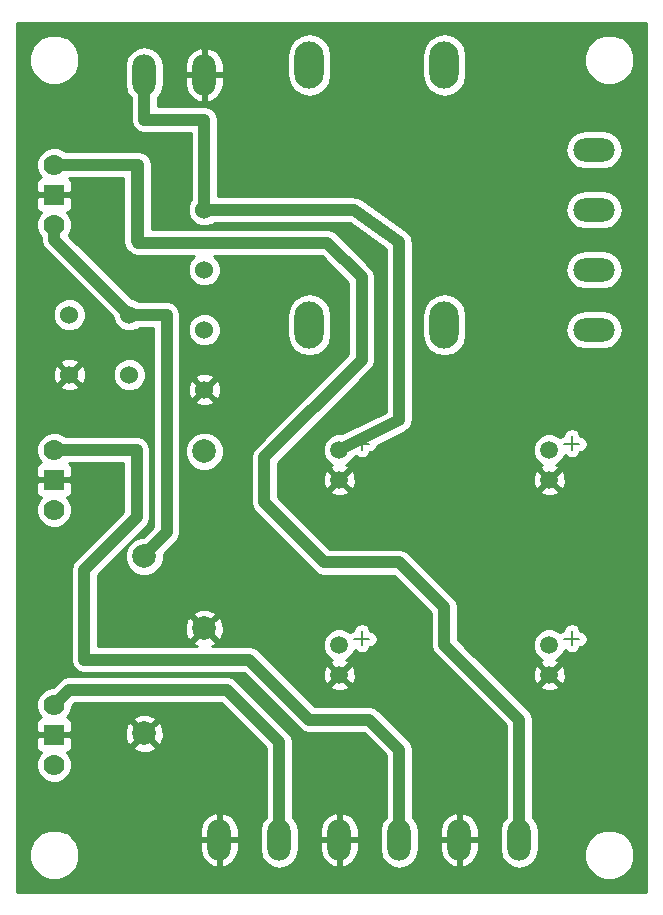
<source format=gbr>
G04 #@! TF.FileFunction,Copper,L1,Top,Signal*
%FSLAX46Y46*%
G04 Gerber Fmt 4.6, Leading zero omitted, Abs format (unit mm)*
G04 Created by KiCad (PCBNEW (after 2015-mar-04 BZR unknown)-product) date Sat 22 Oct 2016 07:01:28 PM CEST*
%MOMM*%
G01*
G04 APERTURE LIST*
%ADD10C,0.100000*%
%ADD11C,0.150000*%
%ADD12C,1.778000*%
%ADD13R,1.778000X1.778000*%
%ADD14C,1.501140*%
%ADD15C,1.524000*%
%ADD16O,2.499360X4.000500*%
%ADD17O,3.500120X1.998980*%
%ADD18O,1.998980X3.500120*%
%ADD19C,1.998980*%
%ADD20C,1.000000*%
%ADD21C,0.254000*%
G04 APERTURE END LIST*
D10*
D11*
X58420000Y-46482000D02*
X57150000Y-46482000D01*
X57785000Y-45847000D02*
X57785000Y-46990000D01*
X58420000Y-62992000D02*
X57150000Y-62992000D01*
X57785000Y-62357000D02*
X57785000Y-63500000D01*
X40640000Y-46482000D02*
X39370000Y-46482000D01*
X40005000Y-45847000D02*
X40005000Y-46990000D01*
X40640000Y-62992000D02*
X39370000Y-62992000D01*
X40005000Y-62357000D02*
X40005000Y-63500000D01*
D12*
X13970000Y-73660000D03*
D13*
X13970000Y-71120000D03*
D12*
X13970000Y-68580000D03*
X13970000Y-52070000D03*
D13*
X13970000Y-49530000D03*
D12*
X13970000Y-46990000D03*
X13970000Y-27940000D03*
D13*
X13970000Y-25400000D03*
D12*
X13970000Y-22860000D03*
D14*
X55880000Y-49530000D03*
X55880000Y-46990000D03*
X55880000Y-66040000D03*
X55880000Y-63500000D03*
X38100000Y-49530000D03*
X38100000Y-46990000D03*
X38100000Y-66040000D03*
X38100000Y-63500000D03*
D15*
X26670000Y-26670000D03*
X26670000Y-36830000D03*
X26670000Y-31750000D03*
X26670000Y-41910000D03*
X15240000Y-40640000D03*
X20320000Y-40640000D03*
X20320000Y-35560000D03*
X15240000Y-35560000D03*
D16*
X46990000Y-36400740D03*
X46990000Y-14399260D03*
X35560000Y-36400740D03*
X35560000Y-14399260D03*
D17*
X59690000Y-26670000D03*
X59690000Y-21590000D03*
X59690000Y-36830000D03*
X59690000Y-31750000D03*
D18*
X27940000Y-80010000D03*
X33020000Y-80010000D03*
X38100000Y-80010000D03*
X43180000Y-80010000D03*
X48260000Y-80010000D03*
X53340000Y-80010000D03*
X26670000Y-15240000D03*
X21590000Y-15240000D03*
D19*
X26670000Y-47110000D03*
X26670000Y-62110000D03*
X21590000Y-56000000D03*
X21590000Y-71000000D03*
D20*
X26670000Y-26670000D02*
X39344600Y-26670000D01*
X39344600Y-26670000D02*
X43180000Y-29409572D01*
X43180000Y-29409572D02*
X43180000Y-44450000D01*
X43180000Y-44450000D02*
X38100000Y-46990000D01*
X21590000Y-19050000D02*
X26670000Y-19050000D01*
X21590000Y-15240000D02*
X21590000Y-19050000D01*
X26670000Y-19050000D02*
X26670000Y-26670000D01*
X20320000Y-35560000D02*
X23495000Y-35560000D01*
X23495000Y-53975000D02*
X21590000Y-55880000D01*
X23495000Y-35560000D02*
X23495000Y-53975000D01*
X21590000Y-55880000D02*
X21590000Y-56000000D01*
X13970000Y-27940000D02*
X13970000Y-29210000D01*
X13970000Y-29210000D02*
X20320000Y-35560000D01*
X33020000Y-80010000D02*
X33020000Y-74930000D01*
X15240000Y-67310000D02*
X13970000Y-68580000D01*
X28575000Y-67310000D02*
X15240000Y-67310000D01*
X33020000Y-71755000D02*
X28575000Y-67310000D01*
X33020000Y-74930000D02*
X33020000Y-71755000D01*
X43180000Y-80010000D02*
X43180000Y-74930000D01*
X43180000Y-74930000D02*
X43180000Y-72390000D01*
X40640000Y-69850000D02*
X35560000Y-69850000D01*
X43180000Y-72390000D02*
X40640000Y-69850000D01*
X35560000Y-69850000D02*
X30480000Y-64770000D01*
X30480000Y-64770000D02*
X16510000Y-64770000D01*
X16510000Y-64770000D02*
X16510000Y-57150000D01*
X16510000Y-57150000D02*
X20955000Y-52705000D01*
X20955000Y-52705000D02*
X20955000Y-46990000D01*
X20955000Y-46990000D02*
X13970000Y-46990000D01*
X13970000Y-46990000D02*
X20955000Y-46990000D01*
X16510000Y-57150000D02*
X16510000Y-64770000D01*
X20955000Y-52705000D02*
X16510000Y-57150000D01*
X20955000Y-46990000D02*
X20955000Y-52705000D01*
X53340000Y-80010000D02*
X53340000Y-74930000D01*
X53340000Y-74930000D02*
X53340000Y-69850000D01*
X53340000Y-69850000D02*
X46990000Y-63500000D01*
X46990000Y-63500000D02*
X46990000Y-60325000D01*
X46990000Y-60325000D02*
X43180000Y-56515000D01*
X43180000Y-56515000D02*
X36830000Y-56515000D01*
X36830000Y-56515000D02*
X31750000Y-51435000D01*
X31750000Y-51435000D02*
X31750000Y-47625000D01*
X31750000Y-47625000D02*
X40005000Y-39370000D01*
X40005000Y-39370000D02*
X40005000Y-32385000D01*
X40005000Y-32385000D02*
X37084000Y-29464000D01*
X37084000Y-29464000D02*
X21082000Y-29464000D01*
X21082000Y-29464000D02*
X20955000Y-29337000D01*
X20955000Y-29337000D02*
X20955000Y-22860000D01*
X20955000Y-22860000D02*
X13970000Y-22860000D01*
X53340000Y-69850000D02*
X46990000Y-63500000D01*
X21082000Y-22860000D02*
X13970000Y-22860000D01*
X21082000Y-22860000D02*
X21082000Y-29464000D01*
X13970000Y-22860000D02*
X21082000Y-22860000D01*
D21*
G36*
X64085000Y-84405000D02*
X63095240Y-84405000D01*
X63095240Y-80857211D01*
X63095240Y-13547211D01*
X62770910Y-12762273D01*
X62170886Y-12161200D01*
X61386515Y-11835501D01*
X60537211Y-11834760D01*
X59752273Y-12159090D01*
X59151200Y-12759114D01*
X58825501Y-13543485D01*
X58824760Y-14392789D01*
X59149090Y-15177727D01*
X59749114Y-15778800D01*
X60533485Y-16104499D01*
X61382789Y-16105240D01*
X62167727Y-15780910D01*
X62768800Y-15180886D01*
X63094499Y-14396515D01*
X63095240Y-13547211D01*
X63095240Y-80857211D01*
X62770910Y-80072273D01*
X62170886Y-79471200D01*
X62121786Y-79450811D01*
X62121786Y-36830000D01*
X62121786Y-31750000D01*
X62121786Y-26670000D01*
X62121786Y-21590000D01*
X61997368Y-20964508D01*
X61643055Y-20434241D01*
X61112788Y-20079928D01*
X60487296Y-19955510D01*
X58892704Y-19955510D01*
X58267212Y-20079928D01*
X57736945Y-20434241D01*
X57382632Y-20964508D01*
X57258214Y-21590000D01*
X57382632Y-22215492D01*
X57736945Y-22745759D01*
X58267212Y-23100072D01*
X58892704Y-23224490D01*
X60487296Y-23224490D01*
X61112788Y-23100072D01*
X61643055Y-22745759D01*
X61997368Y-22215492D01*
X62121786Y-21590000D01*
X62121786Y-26670000D01*
X61997368Y-26044508D01*
X61643055Y-25514241D01*
X61112788Y-25159928D01*
X60487296Y-25035510D01*
X58892704Y-25035510D01*
X58267212Y-25159928D01*
X57736945Y-25514241D01*
X57382632Y-26044508D01*
X57258214Y-26670000D01*
X57382632Y-27295492D01*
X57736945Y-27825759D01*
X58267212Y-28180072D01*
X58892704Y-28304490D01*
X60487296Y-28304490D01*
X61112788Y-28180072D01*
X61643055Y-27825759D01*
X61997368Y-27295492D01*
X62121786Y-26670000D01*
X62121786Y-31750000D01*
X61997368Y-31124508D01*
X61643055Y-30594241D01*
X61112788Y-30239928D01*
X60487296Y-30115510D01*
X58892704Y-30115510D01*
X58267212Y-30239928D01*
X57736945Y-30594241D01*
X57382632Y-31124508D01*
X57258214Y-31750000D01*
X57382632Y-32375492D01*
X57736945Y-32905759D01*
X58267212Y-33260072D01*
X58892704Y-33384490D01*
X60487296Y-33384490D01*
X61112788Y-33260072D01*
X61643055Y-32905759D01*
X61997368Y-32375492D01*
X62121786Y-31750000D01*
X62121786Y-36830000D01*
X61997368Y-36204508D01*
X61643055Y-35674241D01*
X61112788Y-35319928D01*
X60487296Y-35195510D01*
X58892704Y-35195510D01*
X58267212Y-35319928D01*
X57736945Y-35674241D01*
X57382632Y-36204508D01*
X57258214Y-36830000D01*
X57382632Y-37455492D01*
X57736945Y-37985759D01*
X58267212Y-38340072D01*
X58892704Y-38464490D01*
X60487296Y-38464490D01*
X61112788Y-38340072D01*
X61643055Y-37985759D01*
X61997368Y-37455492D01*
X62121786Y-36830000D01*
X62121786Y-79450811D01*
X61386515Y-79145501D01*
X60537211Y-79144760D01*
X59752273Y-79469090D01*
X59151200Y-80069114D01*
X59130000Y-80120169D01*
X59130000Y-62992000D01*
X59130000Y-46482000D01*
X59075954Y-46210295D01*
X58922046Y-45979954D01*
X58691705Y-45826046D01*
X58482556Y-45784443D01*
X58440954Y-45575295D01*
X58287046Y-45344954D01*
X58056705Y-45191046D01*
X57785000Y-45137000D01*
X57513295Y-45191046D01*
X57282954Y-45344954D01*
X57129046Y-45575295D01*
X57087443Y-45784443D01*
X56878295Y-45826046D01*
X56756858Y-45907186D01*
X56665887Y-45816056D01*
X56156816Y-45604671D01*
X55605602Y-45604190D01*
X55096163Y-45814686D01*
X54706056Y-46204113D01*
X54494671Y-46713184D01*
X54494190Y-47264398D01*
X54704686Y-47773837D01*
X55094113Y-48163944D01*
X55309496Y-48253378D01*
X55155735Y-48317069D01*
X55087675Y-48558070D01*
X55880000Y-49350395D01*
X56672325Y-48558070D01*
X56604265Y-48317069D01*
X56438959Y-48258231D01*
X56663837Y-48165314D01*
X57053944Y-47775887D01*
X57214404Y-47389454D01*
X57282954Y-47492046D01*
X57513295Y-47645954D01*
X57785000Y-47700000D01*
X58056705Y-47645954D01*
X58287046Y-47492046D01*
X58440954Y-47261705D01*
X58456253Y-47184788D01*
X58691705Y-47137954D01*
X58922046Y-46984046D01*
X59075954Y-46753705D01*
X59130000Y-46482000D01*
X59130000Y-62992000D01*
X59075954Y-62720295D01*
X58922046Y-62489954D01*
X58691705Y-62336046D01*
X58482556Y-62294443D01*
X58440954Y-62085295D01*
X58287046Y-61854954D01*
X58056705Y-61701046D01*
X57785000Y-61647000D01*
X57513295Y-61701046D01*
X57282954Y-61854954D01*
X57277767Y-61862716D01*
X57277767Y-49734966D01*
X57249805Y-49184462D01*
X57092931Y-48805735D01*
X56851930Y-48737675D01*
X56059605Y-49530000D01*
X56851930Y-50322325D01*
X57092931Y-50254265D01*
X57277767Y-49734966D01*
X57277767Y-61862716D01*
X57129046Y-62085295D01*
X57087443Y-62294443D01*
X56878295Y-62336046D01*
X56756858Y-62417186D01*
X56672325Y-62332505D01*
X56672325Y-50501930D01*
X55880000Y-49709605D01*
X55700395Y-49889210D01*
X55700395Y-49530000D01*
X54908070Y-48737675D01*
X54667069Y-48805735D01*
X54482233Y-49325034D01*
X54510195Y-49875538D01*
X54667069Y-50254265D01*
X54908070Y-50322325D01*
X55700395Y-49530000D01*
X55700395Y-49889210D01*
X55087675Y-50501930D01*
X55155735Y-50742931D01*
X55675034Y-50927767D01*
X56225538Y-50899805D01*
X56604265Y-50742931D01*
X56672325Y-50501930D01*
X56672325Y-62332505D01*
X56665887Y-62326056D01*
X56156816Y-62114671D01*
X55605602Y-62114190D01*
X55096163Y-62324686D01*
X54706056Y-62714113D01*
X54494671Y-63223184D01*
X54494190Y-63774398D01*
X54704686Y-64283837D01*
X55094113Y-64673944D01*
X55309496Y-64763378D01*
X55155735Y-64827069D01*
X55087675Y-65068070D01*
X55880000Y-65860395D01*
X56672325Y-65068070D01*
X56604265Y-64827069D01*
X56438959Y-64768231D01*
X56663837Y-64675314D01*
X57053944Y-64285887D01*
X57214404Y-63899454D01*
X57282954Y-64002046D01*
X57513295Y-64155954D01*
X57785000Y-64210000D01*
X58056705Y-64155954D01*
X58287046Y-64002046D01*
X58440954Y-63771705D01*
X58456253Y-63694788D01*
X58691705Y-63647954D01*
X58922046Y-63494046D01*
X59075954Y-63263705D01*
X59130000Y-62992000D01*
X59130000Y-80120169D01*
X58825501Y-80853485D01*
X58824760Y-81702789D01*
X59149090Y-82487727D01*
X59749114Y-83088800D01*
X60533485Y-83414499D01*
X61382789Y-83415240D01*
X62167727Y-83090910D01*
X62768800Y-82490886D01*
X63094499Y-81706515D01*
X63095240Y-80857211D01*
X63095240Y-84405000D01*
X57277767Y-84405000D01*
X57277767Y-66244966D01*
X57249805Y-65694462D01*
X57092931Y-65315735D01*
X56851930Y-65247675D01*
X56059605Y-66040000D01*
X56851930Y-66832325D01*
X57092931Y-66764265D01*
X57277767Y-66244966D01*
X57277767Y-84405000D01*
X56672325Y-84405000D01*
X56672325Y-67011930D01*
X55880000Y-66219605D01*
X55700395Y-66399210D01*
X55700395Y-66040000D01*
X54908070Y-65247675D01*
X54667069Y-65315735D01*
X54482233Y-65835034D01*
X54510195Y-66385538D01*
X54667069Y-66764265D01*
X54908070Y-66832325D01*
X55700395Y-66040000D01*
X55700395Y-66399210D01*
X55087675Y-67011930D01*
X55155735Y-67252931D01*
X55675034Y-67437767D01*
X56225538Y-67409805D01*
X56604265Y-67252931D01*
X56672325Y-67011930D01*
X56672325Y-84405000D01*
X54974490Y-84405000D01*
X54974490Y-80807296D01*
X54974490Y-79212704D01*
X54850072Y-78587212D01*
X54495759Y-78056945D01*
X54475000Y-78043074D01*
X54475000Y-74930000D01*
X54475000Y-69850000D01*
X54388603Y-69415655D01*
X54388603Y-69415654D01*
X54142566Y-69047434D01*
X48874680Y-63779548D01*
X48874680Y-37202938D01*
X48874680Y-35598542D01*
X48874680Y-15201458D01*
X48874680Y-13597062D01*
X48731217Y-12875826D01*
X48322670Y-12264392D01*
X47711236Y-11855845D01*
X46990000Y-11712382D01*
X46268764Y-11855845D01*
X45657330Y-12264392D01*
X45248783Y-12875826D01*
X45105320Y-13597062D01*
X45105320Y-15201458D01*
X45248783Y-15922694D01*
X45657330Y-16534128D01*
X46268764Y-16942675D01*
X46990000Y-17086138D01*
X47711236Y-16942675D01*
X48322670Y-16534128D01*
X48731217Y-15922694D01*
X48874680Y-15201458D01*
X48874680Y-35598542D01*
X48731217Y-34877306D01*
X48322670Y-34265872D01*
X47711236Y-33857325D01*
X46990000Y-33713862D01*
X46268764Y-33857325D01*
X45657330Y-34265872D01*
X45248783Y-34877306D01*
X45105320Y-35598542D01*
X45105320Y-37202938D01*
X45248783Y-37924174D01*
X45657330Y-38535608D01*
X46268764Y-38944155D01*
X46990000Y-39087618D01*
X47711236Y-38944155D01*
X48322670Y-38535608D01*
X48731217Y-37924174D01*
X48874680Y-37202938D01*
X48874680Y-63779548D01*
X48125000Y-63029868D01*
X48125000Y-60325000D01*
X48038604Y-59890655D01*
X48038603Y-59890654D01*
X47792566Y-59522434D01*
X44315000Y-56044868D01*
X44315000Y-44450000D01*
X44315000Y-29409572D01*
X44296617Y-29317157D01*
X44299557Y-29222979D01*
X44253827Y-29102038D01*
X44228603Y-28975226D01*
X44176255Y-28896881D01*
X44142930Y-28808747D01*
X44054399Y-28714511D01*
X43982566Y-28607006D01*
X43904222Y-28554658D01*
X43839705Y-28485984D01*
X40004305Y-25746413D01*
X39886453Y-25693231D01*
X39778946Y-25621397D01*
X39686531Y-25603014D01*
X39600646Y-25564258D01*
X39471412Y-25560224D01*
X39344600Y-25535000D01*
X37444680Y-25535000D01*
X37444680Y-15201458D01*
X37444680Y-13597062D01*
X37301217Y-12875826D01*
X36892670Y-12264392D01*
X36281236Y-11855845D01*
X35560000Y-11712382D01*
X34838764Y-11855845D01*
X34227330Y-12264392D01*
X33818783Y-12875826D01*
X33675320Y-13597062D01*
X33675320Y-15201458D01*
X33818783Y-15922694D01*
X34227330Y-16534128D01*
X34838764Y-16942675D01*
X35560000Y-17086138D01*
X36281236Y-16942675D01*
X36892670Y-16534128D01*
X37301217Y-15922694D01*
X37444680Y-15201458D01*
X37444680Y-25535000D01*
X28304490Y-25535000D01*
X28304490Y-16117570D01*
X28304490Y-15367000D01*
X28304490Y-15113000D01*
X28304490Y-14362430D01*
X28131471Y-13746605D01*
X27735956Y-13243868D01*
X27178159Y-12930757D01*
X27050354Y-12899811D01*
X26797000Y-13019165D01*
X26797000Y-15113000D01*
X28304490Y-15113000D01*
X28304490Y-15367000D01*
X26797000Y-15367000D01*
X26797000Y-17460835D01*
X27050354Y-17580189D01*
X27178159Y-17549243D01*
X27735956Y-17236132D01*
X28131471Y-16733395D01*
X28304490Y-16117570D01*
X28304490Y-25535000D01*
X27805000Y-25535000D01*
X27805000Y-19050000D01*
X27718603Y-18615654D01*
X27472566Y-18247434D01*
X27104346Y-18001397D01*
X26670000Y-17915000D01*
X26543000Y-17915000D01*
X26543000Y-17460835D01*
X26543000Y-15367000D01*
X26543000Y-15113000D01*
X26543000Y-13019165D01*
X26289646Y-12899811D01*
X26161841Y-12930757D01*
X25604044Y-13243868D01*
X25208529Y-13746605D01*
X25035510Y-14362430D01*
X25035510Y-15113000D01*
X26543000Y-15113000D01*
X26543000Y-15367000D01*
X25035510Y-15367000D01*
X25035510Y-16117570D01*
X25208529Y-16733395D01*
X25604044Y-17236132D01*
X26161841Y-17549243D01*
X26289646Y-17580189D01*
X26543000Y-17460835D01*
X26543000Y-17915000D01*
X22725000Y-17915000D01*
X22725000Y-17206925D01*
X22745759Y-17193055D01*
X23100072Y-16662788D01*
X23224490Y-16037296D01*
X23224490Y-14442704D01*
X23100072Y-13817212D01*
X22745759Y-13286945D01*
X22215492Y-12932632D01*
X21590000Y-12808214D01*
X20964508Y-12932632D01*
X20434241Y-13286945D01*
X20079928Y-13817212D01*
X19955510Y-14442704D01*
X19955510Y-16037296D01*
X20079928Y-16662788D01*
X20434241Y-17193055D01*
X20455000Y-17206925D01*
X20455000Y-19050000D01*
X20541397Y-19484346D01*
X20787434Y-19852566D01*
X21155654Y-20098603D01*
X21590000Y-20185000D01*
X25535000Y-20185000D01*
X25535000Y-25829085D01*
X25486371Y-25877630D01*
X25273243Y-26390900D01*
X25272758Y-26946661D01*
X25484990Y-27460303D01*
X25877630Y-27853629D01*
X26390900Y-28066757D01*
X26946661Y-28067242D01*
X27460303Y-27855010D01*
X27510400Y-27805000D01*
X38980873Y-27805000D01*
X42045000Y-29993663D01*
X42045000Y-43748531D01*
X38332797Y-45604632D01*
X37825602Y-45604190D01*
X37316163Y-45814686D01*
X36926056Y-46204113D01*
X36714671Y-46713184D01*
X36714190Y-47264398D01*
X36924686Y-47773837D01*
X37314113Y-48163944D01*
X37529496Y-48253378D01*
X37375735Y-48317069D01*
X37307675Y-48558070D01*
X38100000Y-49350395D01*
X38892325Y-48558070D01*
X38824265Y-48317069D01*
X38658959Y-48258231D01*
X38883837Y-48165314D01*
X39273944Y-47775887D01*
X39328386Y-47644775D01*
X39558977Y-47529479D01*
X39733295Y-47645954D01*
X40005000Y-47700000D01*
X40276705Y-47645954D01*
X40507046Y-47492046D01*
X40660954Y-47261705D01*
X40676253Y-47184788D01*
X40911705Y-47137954D01*
X41142046Y-46984046D01*
X41295954Y-46753705D01*
X41316432Y-46650752D01*
X43687588Y-45465175D01*
X43831307Y-45353633D01*
X43982566Y-45252566D01*
X44005222Y-45218657D01*
X44037441Y-45193653D01*
X44127535Y-45035604D01*
X44228603Y-44884346D01*
X44236558Y-44844348D01*
X44256756Y-44808918D01*
X44279510Y-44628418D01*
X44315000Y-44450000D01*
X44315000Y-56044868D01*
X43982566Y-55712434D01*
X43614346Y-55466397D01*
X43180000Y-55380000D01*
X39497767Y-55380000D01*
X39497767Y-49734966D01*
X39469805Y-49184462D01*
X39312931Y-48805735D01*
X39071930Y-48737675D01*
X38279605Y-49530000D01*
X39071930Y-50322325D01*
X39312931Y-50254265D01*
X39497767Y-49734966D01*
X39497767Y-55380000D01*
X38892325Y-55380000D01*
X38892325Y-50501930D01*
X38100000Y-49709605D01*
X37920395Y-49889210D01*
X37920395Y-49530000D01*
X37128070Y-48737675D01*
X36887069Y-48805735D01*
X36702233Y-49325034D01*
X36730195Y-49875538D01*
X36887069Y-50254265D01*
X37128070Y-50322325D01*
X37920395Y-49530000D01*
X37920395Y-49889210D01*
X37307675Y-50501930D01*
X37375735Y-50742931D01*
X37895034Y-50927767D01*
X38445538Y-50899805D01*
X38824265Y-50742931D01*
X38892325Y-50501930D01*
X38892325Y-55380000D01*
X37300132Y-55380000D01*
X32885000Y-50964868D01*
X32885000Y-48095132D01*
X40807566Y-40172566D01*
X41053603Y-39804346D01*
X41053603Y-39804345D01*
X41140000Y-39370000D01*
X41140000Y-32385000D01*
X41053603Y-31950655D01*
X41053603Y-31950654D01*
X40807566Y-31582434D01*
X37886566Y-28661434D01*
X37518346Y-28415397D01*
X37084000Y-28329000D01*
X22217000Y-28329000D01*
X22217000Y-22860000D01*
X22130603Y-22425654D01*
X21884566Y-22057434D01*
X21516346Y-21811397D01*
X21082000Y-21725000D01*
X20955000Y-21725000D01*
X16105240Y-21725000D01*
X16105240Y-13547211D01*
X15780910Y-12762273D01*
X15180886Y-12161200D01*
X14396515Y-11835501D01*
X13547211Y-11834760D01*
X12762273Y-12159090D01*
X12161200Y-12759114D01*
X11835501Y-13543485D01*
X11834760Y-14392789D01*
X12159090Y-15177727D01*
X12759114Y-15778800D01*
X13543485Y-16104499D01*
X14392789Y-16105240D01*
X15177727Y-15780910D01*
X15778800Y-15180886D01*
X16104499Y-14396515D01*
X16105240Y-13547211D01*
X16105240Y-21725000D01*
X14990362Y-21725000D01*
X14834404Y-21568769D01*
X14274472Y-21336265D01*
X13668188Y-21335736D01*
X13107851Y-21567262D01*
X12678769Y-21995596D01*
X12446265Y-22555528D01*
X12445736Y-23161812D01*
X12677262Y-23722149D01*
X12867073Y-23912292D01*
X12721302Y-23972673D01*
X12542673Y-24151301D01*
X12446000Y-24384690D01*
X12446000Y-24637309D01*
X12446000Y-25114250D01*
X12604750Y-25273000D01*
X13843000Y-25273000D01*
X13843000Y-25253000D01*
X14097000Y-25253000D01*
X14097000Y-25273000D01*
X15335250Y-25273000D01*
X15494000Y-25114250D01*
X15494000Y-24637309D01*
X15494000Y-24384690D01*
X15397327Y-24151301D01*
X15241025Y-23995000D01*
X19820000Y-23995000D01*
X19820000Y-29337000D01*
X19906397Y-29771346D01*
X20152434Y-30139566D01*
X20279434Y-30266566D01*
X20647654Y-30512603D01*
X20647655Y-30512603D01*
X21082000Y-30599000D01*
X25845627Y-30599000D01*
X25486371Y-30957630D01*
X25273243Y-31470900D01*
X25272758Y-32026661D01*
X25484990Y-32540303D01*
X25877630Y-32933629D01*
X26390900Y-33146757D01*
X26946661Y-33147242D01*
X27460303Y-32935010D01*
X27853629Y-32542370D01*
X28066757Y-32029100D01*
X28067242Y-31473339D01*
X27855010Y-30959697D01*
X27494942Y-30599000D01*
X36613868Y-30599000D01*
X38870000Y-32855132D01*
X38870000Y-38899868D01*
X37444680Y-40325188D01*
X37444680Y-37202938D01*
X37444680Y-35598542D01*
X37301217Y-34877306D01*
X36892670Y-34265872D01*
X36281236Y-33857325D01*
X35560000Y-33713862D01*
X34838764Y-33857325D01*
X34227330Y-34265872D01*
X33818783Y-34877306D01*
X33675320Y-35598542D01*
X33675320Y-37202938D01*
X33818783Y-37924174D01*
X34227330Y-38535608D01*
X34838764Y-38944155D01*
X35560000Y-39087618D01*
X36281236Y-38944155D01*
X36892670Y-38535608D01*
X37301217Y-37924174D01*
X37444680Y-37202938D01*
X37444680Y-40325188D01*
X30947434Y-46822434D01*
X30701397Y-47190654D01*
X30615000Y-47625000D01*
X30615000Y-51435000D01*
X30701397Y-51869346D01*
X30947434Y-52237566D01*
X36027434Y-57317566D01*
X36395654Y-57563603D01*
X36395655Y-57563603D01*
X36830000Y-57650000D01*
X42709868Y-57650000D01*
X45855000Y-60795132D01*
X45855000Y-63500000D01*
X45941397Y-63934346D01*
X46187434Y-64302566D01*
X52205000Y-70320132D01*
X52205000Y-74930000D01*
X52205000Y-78043074D01*
X52184241Y-78056945D01*
X51829928Y-78587212D01*
X51705510Y-79212704D01*
X51705510Y-80807296D01*
X51829928Y-81432788D01*
X52184241Y-81963055D01*
X52714508Y-82317368D01*
X53340000Y-82441786D01*
X53965492Y-82317368D01*
X54495759Y-81963055D01*
X54850072Y-81432788D01*
X54974490Y-80807296D01*
X54974490Y-84405000D01*
X49894490Y-84405000D01*
X49894490Y-80887570D01*
X49894490Y-80137000D01*
X49894490Y-79883000D01*
X49894490Y-79132430D01*
X49721471Y-78516605D01*
X49325956Y-78013868D01*
X48768159Y-77700757D01*
X48640354Y-77669811D01*
X48387000Y-77789165D01*
X48387000Y-79883000D01*
X49894490Y-79883000D01*
X49894490Y-80137000D01*
X48387000Y-80137000D01*
X48387000Y-82230835D01*
X48640354Y-82350189D01*
X48768159Y-82319243D01*
X49325956Y-82006132D01*
X49721471Y-81503395D01*
X49894490Y-80887570D01*
X49894490Y-84405000D01*
X48133000Y-84405000D01*
X48133000Y-82230835D01*
X48133000Y-80137000D01*
X48133000Y-79883000D01*
X48133000Y-77789165D01*
X47879646Y-77669811D01*
X47751841Y-77700757D01*
X47194044Y-78013868D01*
X46798529Y-78516605D01*
X46625510Y-79132430D01*
X46625510Y-79883000D01*
X48133000Y-79883000D01*
X48133000Y-80137000D01*
X46625510Y-80137000D01*
X46625510Y-80887570D01*
X46798529Y-81503395D01*
X47194044Y-82006132D01*
X47751841Y-82319243D01*
X47879646Y-82350189D01*
X48133000Y-82230835D01*
X48133000Y-84405000D01*
X44814490Y-84405000D01*
X44814490Y-80807296D01*
X44814490Y-79212704D01*
X44690072Y-78587212D01*
X44335759Y-78056945D01*
X44315000Y-78043074D01*
X44315000Y-74930000D01*
X44315000Y-72390000D01*
X44228603Y-71955654D01*
X43982566Y-71587434D01*
X43982566Y-71587433D01*
X41442566Y-69047434D01*
X41350000Y-68985583D01*
X41350000Y-62992000D01*
X41295954Y-62720295D01*
X41142046Y-62489954D01*
X40911705Y-62336046D01*
X40702556Y-62294443D01*
X40660954Y-62085295D01*
X40507046Y-61854954D01*
X40276705Y-61701046D01*
X40005000Y-61647000D01*
X39733295Y-61701046D01*
X39502954Y-61854954D01*
X39349046Y-62085295D01*
X39307443Y-62294443D01*
X39098295Y-62336046D01*
X38976858Y-62417186D01*
X38885887Y-62326056D01*
X38376816Y-62114671D01*
X37825602Y-62114190D01*
X37316163Y-62324686D01*
X36926056Y-62714113D01*
X36714671Y-63223184D01*
X36714190Y-63774398D01*
X36924686Y-64283837D01*
X37314113Y-64673944D01*
X37529496Y-64763378D01*
X37375735Y-64827069D01*
X37307675Y-65068070D01*
X38100000Y-65860395D01*
X38892325Y-65068070D01*
X38824265Y-64827069D01*
X38658959Y-64768231D01*
X38883837Y-64675314D01*
X39273944Y-64285887D01*
X39434404Y-63899454D01*
X39502954Y-64002046D01*
X39733295Y-64155954D01*
X40005000Y-64210000D01*
X40276705Y-64155954D01*
X40507046Y-64002046D01*
X40660954Y-63771705D01*
X40676253Y-63694788D01*
X40911705Y-63647954D01*
X41142046Y-63494046D01*
X41295954Y-63263705D01*
X41350000Y-62992000D01*
X41350000Y-68985583D01*
X41074346Y-68801397D01*
X40640000Y-68715000D01*
X39497767Y-68715000D01*
X39497767Y-66244966D01*
X39469805Y-65694462D01*
X39312931Y-65315735D01*
X39071930Y-65247675D01*
X38279605Y-66040000D01*
X39071930Y-66832325D01*
X39312931Y-66764265D01*
X39497767Y-66244966D01*
X39497767Y-68715000D01*
X38892325Y-68715000D01*
X38892325Y-67011930D01*
X38100000Y-66219605D01*
X37920395Y-66399210D01*
X37920395Y-66040000D01*
X37128070Y-65247675D01*
X36887069Y-65315735D01*
X36702233Y-65835034D01*
X36730195Y-66385538D01*
X36887069Y-66764265D01*
X37128070Y-66832325D01*
X37920395Y-66040000D01*
X37920395Y-66399210D01*
X37307675Y-67011930D01*
X37375735Y-67252931D01*
X37895034Y-67437767D01*
X38445538Y-67409805D01*
X38824265Y-67252931D01*
X38892325Y-67011930D01*
X38892325Y-68715000D01*
X36030132Y-68715000D01*
X31282566Y-63967434D01*
X30914346Y-63721397D01*
X30480000Y-63635000D01*
X28315401Y-63635000D01*
X28315401Y-62374418D01*
X28304774Y-62087411D01*
X28304774Y-46786306D01*
X28079144Y-46240239D01*
X28079144Y-42117698D01*
X28067242Y-41879903D01*
X28067242Y-36553339D01*
X27855010Y-36039697D01*
X27462370Y-35646371D01*
X26949100Y-35433243D01*
X26393339Y-35432758D01*
X25879697Y-35644990D01*
X25486371Y-36037630D01*
X25273243Y-36550900D01*
X25272758Y-37106661D01*
X25484990Y-37620303D01*
X25877630Y-38013629D01*
X26390900Y-38226757D01*
X26946661Y-38227242D01*
X27460303Y-38015010D01*
X27853629Y-37622370D01*
X28066757Y-37109100D01*
X28067242Y-36553339D01*
X28067242Y-41879903D01*
X28051362Y-41562632D01*
X27892397Y-41178857D01*
X27650213Y-41109392D01*
X27470608Y-41288997D01*
X27470608Y-40929787D01*
X27401143Y-40687603D01*
X26877698Y-40500856D01*
X26322632Y-40528638D01*
X25938857Y-40687603D01*
X25869392Y-40929787D01*
X26670000Y-41730395D01*
X27470608Y-40929787D01*
X27470608Y-41288997D01*
X26849605Y-41910000D01*
X27650213Y-42710608D01*
X27892397Y-42641143D01*
X28079144Y-42117698D01*
X28079144Y-46240239D01*
X28056462Y-46185345D01*
X27597073Y-45725154D01*
X27470608Y-45672641D01*
X27470608Y-42890213D01*
X26670000Y-42089605D01*
X26490395Y-42269210D01*
X26490395Y-41910000D01*
X25689787Y-41109392D01*
X25447603Y-41178857D01*
X25260856Y-41702302D01*
X25288638Y-42257368D01*
X25447603Y-42641143D01*
X25689787Y-42710608D01*
X26490395Y-41910000D01*
X26490395Y-42269210D01*
X25869392Y-42890213D01*
X25938857Y-43132397D01*
X26462302Y-43319144D01*
X27017368Y-43291362D01*
X27401143Y-43132397D01*
X27470608Y-42890213D01*
X27470608Y-45672641D01*
X26996547Y-45475794D01*
X26346306Y-45475226D01*
X25745345Y-45723538D01*
X25285154Y-46182927D01*
X25035794Y-46783453D01*
X25035226Y-47433694D01*
X25283538Y-48034655D01*
X25742927Y-48494846D01*
X26343453Y-48744206D01*
X26993694Y-48744774D01*
X27594655Y-48496462D01*
X28054846Y-48037073D01*
X28304206Y-47436547D01*
X28304774Y-46786306D01*
X28304774Y-62087411D01*
X28291341Y-61724623D01*
X28088965Y-61236042D01*
X27822163Y-61137443D01*
X27642557Y-61317048D01*
X27642557Y-60957837D01*
X27543958Y-60691035D01*
X26934418Y-60464599D01*
X26284623Y-60488659D01*
X25796042Y-60691035D01*
X25697443Y-60957837D01*
X26670000Y-61930395D01*
X27642557Y-60957837D01*
X27642557Y-61317048D01*
X26849605Y-62110000D01*
X27822163Y-63082557D01*
X28088965Y-62983958D01*
X28315401Y-62374418D01*
X28315401Y-63635000D01*
X27287965Y-63635000D01*
X27543958Y-63528965D01*
X27642557Y-63262163D01*
X26670000Y-62289605D01*
X26490395Y-62469210D01*
X26490395Y-62110000D01*
X25517837Y-61137443D01*
X25251035Y-61236042D01*
X25024599Y-61845582D01*
X25048659Y-62495377D01*
X25251035Y-62983958D01*
X25517837Y-63082557D01*
X26490395Y-62110000D01*
X26490395Y-62469210D01*
X25697443Y-63262163D01*
X25796042Y-63528965D01*
X26081476Y-63635000D01*
X24630000Y-63635000D01*
X24630000Y-53975000D01*
X24630000Y-35560000D01*
X24543603Y-35125654D01*
X24297566Y-34757434D01*
X23929346Y-34511397D01*
X23495000Y-34425000D01*
X21160914Y-34425000D01*
X21112370Y-34376371D01*
X20599100Y-34163243D01*
X20528313Y-34163181D01*
X15215343Y-28850211D01*
X15261231Y-28804404D01*
X15493735Y-28244472D01*
X15494264Y-27638188D01*
X15262738Y-27077851D01*
X15072926Y-26887707D01*
X15218698Y-26827327D01*
X15397327Y-26648699D01*
X15494000Y-26415310D01*
X15494000Y-26162691D01*
X15494000Y-25685750D01*
X15335250Y-25527000D01*
X14097000Y-25527000D01*
X14097000Y-25547000D01*
X13843000Y-25547000D01*
X13843000Y-25527000D01*
X12604750Y-25527000D01*
X12446000Y-25685750D01*
X12446000Y-26162691D01*
X12446000Y-26415310D01*
X12542673Y-26648699D01*
X12721302Y-26827327D01*
X12867011Y-26887681D01*
X12678769Y-27075596D01*
X12446265Y-27635528D01*
X12445736Y-28241812D01*
X12677262Y-28802149D01*
X12835000Y-28960162D01*
X12835000Y-29210000D01*
X12921397Y-29644346D01*
X13167434Y-30012566D01*
X18922817Y-35767949D01*
X18922758Y-35836661D01*
X19134990Y-36350303D01*
X19527630Y-36743629D01*
X20040900Y-36956757D01*
X20596661Y-36957242D01*
X21110303Y-36745010D01*
X21160400Y-36695000D01*
X22360000Y-36695000D01*
X22360000Y-53504868D01*
X21499438Y-54365429D01*
X21266306Y-54365226D01*
X20665345Y-54613538D01*
X20205154Y-55072927D01*
X19955794Y-55673453D01*
X19955226Y-56323694D01*
X20203538Y-56924655D01*
X20662927Y-57384846D01*
X21263453Y-57634206D01*
X21913694Y-57634774D01*
X22514655Y-57386462D01*
X22974846Y-56927073D01*
X23224206Y-56326547D01*
X23224621Y-55850510D01*
X24297566Y-54777566D01*
X24543603Y-54409346D01*
X24543603Y-54409345D01*
X24630000Y-53975000D01*
X24630000Y-63635000D01*
X17645000Y-63635000D01*
X17645000Y-57620132D01*
X21757566Y-53507566D01*
X22003603Y-53139346D01*
X22003603Y-53139345D01*
X22090000Y-52705000D01*
X22090000Y-46990000D01*
X22003603Y-46555654D01*
X21757566Y-46187434D01*
X21717242Y-46160490D01*
X21717242Y-40363339D01*
X21505010Y-39849697D01*
X21112370Y-39456371D01*
X20599100Y-39243243D01*
X20043339Y-39242758D01*
X19529697Y-39454990D01*
X19136371Y-39847630D01*
X18923243Y-40360900D01*
X18922758Y-40916661D01*
X19134990Y-41430303D01*
X19527630Y-41823629D01*
X20040900Y-42036757D01*
X20596661Y-42037242D01*
X21110303Y-41825010D01*
X21503629Y-41432370D01*
X21716757Y-40919100D01*
X21717242Y-40363339D01*
X21717242Y-46160490D01*
X21389346Y-45941397D01*
X20955000Y-45855000D01*
X16649144Y-45855000D01*
X16649144Y-40847698D01*
X16637242Y-40609903D01*
X16637242Y-35283339D01*
X16425010Y-34769697D01*
X16032370Y-34376371D01*
X15519100Y-34163243D01*
X14963339Y-34162758D01*
X14449697Y-34374990D01*
X14056371Y-34767630D01*
X13843243Y-35280900D01*
X13842758Y-35836661D01*
X14054990Y-36350303D01*
X14447630Y-36743629D01*
X14960900Y-36956757D01*
X15516661Y-36957242D01*
X16030303Y-36745010D01*
X16423629Y-36352370D01*
X16636757Y-35839100D01*
X16637242Y-35283339D01*
X16637242Y-40609903D01*
X16621362Y-40292632D01*
X16462397Y-39908857D01*
X16220213Y-39839392D01*
X16040608Y-40018997D01*
X16040608Y-39659787D01*
X15971143Y-39417603D01*
X15447698Y-39230856D01*
X14892632Y-39258638D01*
X14508857Y-39417603D01*
X14439392Y-39659787D01*
X15240000Y-40460395D01*
X16040608Y-39659787D01*
X16040608Y-40018997D01*
X15419605Y-40640000D01*
X16220213Y-41440608D01*
X16462397Y-41371143D01*
X16649144Y-40847698D01*
X16649144Y-45855000D01*
X16040608Y-45855000D01*
X16040608Y-41620213D01*
X15240000Y-40819605D01*
X15060395Y-40999210D01*
X15060395Y-40640000D01*
X14259787Y-39839392D01*
X14017603Y-39908857D01*
X13830856Y-40432302D01*
X13858638Y-40987368D01*
X14017603Y-41371143D01*
X14259787Y-41440608D01*
X15060395Y-40640000D01*
X15060395Y-40999210D01*
X14439392Y-41620213D01*
X14508857Y-41862397D01*
X15032302Y-42049144D01*
X15587368Y-42021362D01*
X15971143Y-41862397D01*
X16040608Y-41620213D01*
X16040608Y-45855000D01*
X14990362Y-45855000D01*
X14834404Y-45698769D01*
X14274472Y-45466265D01*
X13668188Y-45465736D01*
X13107851Y-45697262D01*
X12678769Y-46125596D01*
X12446265Y-46685528D01*
X12445736Y-47291812D01*
X12677262Y-47852149D01*
X12867073Y-48042292D01*
X12721302Y-48102673D01*
X12542673Y-48281301D01*
X12446000Y-48514690D01*
X12446000Y-48767309D01*
X12446000Y-49244250D01*
X12604750Y-49403000D01*
X13843000Y-49403000D01*
X13843000Y-49383000D01*
X14097000Y-49383000D01*
X14097000Y-49403000D01*
X15335250Y-49403000D01*
X15494000Y-49244250D01*
X15494000Y-48767309D01*
X15494000Y-48514690D01*
X15397327Y-48281301D01*
X15241025Y-48125000D01*
X19820000Y-48125000D01*
X19820000Y-52234868D01*
X15707434Y-56347434D01*
X15494264Y-56666465D01*
X15494264Y-51768188D01*
X15262738Y-51207851D01*
X15072926Y-51017707D01*
X15218698Y-50957327D01*
X15397327Y-50778699D01*
X15494000Y-50545310D01*
X15494000Y-50292691D01*
X15494000Y-49815750D01*
X15335250Y-49657000D01*
X14097000Y-49657000D01*
X14097000Y-49677000D01*
X13843000Y-49677000D01*
X13843000Y-49657000D01*
X12604750Y-49657000D01*
X12446000Y-49815750D01*
X12446000Y-50292691D01*
X12446000Y-50545310D01*
X12542673Y-50778699D01*
X12721302Y-50957327D01*
X12867011Y-51017681D01*
X12678769Y-51205596D01*
X12446265Y-51765528D01*
X12445736Y-52371812D01*
X12677262Y-52932149D01*
X13105596Y-53361231D01*
X13665528Y-53593735D01*
X14271812Y-53594264D01*
X14832149Y-53362738D01*
X15261231Y-52934404D01*
X15493735Y-52374472D01*
X15494264Y-51768188D01*
X15494264Y-56666465D01*
X15461397Y-56715654D01*
X15375000Y-57150000D01*
X15375000Y-64770000D01*
X15461397Y-65204346D01*
X15707434Y-65572566D01*
X16075654Y-65818603D01*
X16510000Y-65905000D01*
X30009868Y-65905000D01*
X34757434Y-70652566D01*
X35125654Y-70898603D01*
X35125655Y-70898603D01*
X35560000Y-70985000D01*
X40169867Y-70985000D01*
X42045000Y-72860132D01*
X42045000Y-74930000D01*
X42045000Y-78043074D01*
X42024241Y-78056945D01*
X41669928Y-78587212D01*
X41545510Y-79212704D01*
X41545510Y-80807296D01*
X41669928Y-81432788D01*
X42024241Y-81963055D01*
X42554508Y-82317368D01*
X43180000Y-82441786D01*
X43805492Y-82317368D01*
X44335759Y-81963055D01*
X44690072Y-81432788D01*
X44814490Y-80807296D01*
X44814490Y-84405000D01*
X39734490Y-84405000D01*
X39734490Y-80887570D01*
X39734490Y-80137000D01*
X39734490Y-79883000D01*
X39734490Y-79132430D01*
X39561471Y-78516605D01*
X39165956Y-78013868D01*
X38608159Y-77700757D01*
X38480354Y-77669811D01*
X38227000Y-77789165D01*
X38227000Y-79883000D01*
X39734490Y-79883000D01*
X39734490Y-80137000D01*
X38227000Y-80137000D01*
X38227000Y-82230835D01*
X38480354Y-82350189D01*
X38608159Y-82319243D01*
X39165956Y-82006132D01*
X39561471Y-81503395D01*
X39734490Y-80887570D01*
X39734490Y-84405000D01*
X37973000Y-84405000D01*
X37973000Y-82230835D01*
X37973000Y-80137000D01*
X37973000Y-79883000D01*
X37973000Y-77789165D01*
X37719646Y-77669811D01*
X37591841Y-77700757D01*
X37034044Y-78013868D01*
X36638529Y-78516605D01*
X36465510Y-79132430D01*
X36465510Y-79883000D01*
X37973000Y-79883000D01*
X37973000Y-80137000D01*
X36465510Y-80137000D01*
X36465510Y-80887570D01*
X36638529Y-81503395D01*
X37034044Y-82006132D01*
X37591841Y-82319243D01*
X37719646Y-82350189D01*
X37973000Y-82230835D01*
X37973000Y-84405000D01*
X34654490Y-84405000D01*
X34654490Y-80807296D01*
X34654490Y-79212704D01*
X34530072Y-78587212D01*
X34175759Y-78056945D01*
X34155000Y-78043074D01*
X34155000Y-74930000D01*
X34155000Y-71755000D01*
X34068603Y-71320655D01*
X34068603Y-71320654D01*
X33822566Y-70952434D01*
X29377566Y-66507434D01*
X29009346Y-66261397D01*
X28575000Y-66175000D01*
X15240000Y-66175000D01*
X14805654Y-66261397D01*
X14437434Y-66507434D01*
X13888939Y-67055928D01*
X13668188Y-67055736D01*
X13107851Y-67287262D01*
X12678769Y-67715596D01*
X12446265Y-68275528D01*
X12445736Y-68881812D01*
X12677262Y-69442149D01*
X12867073Y-69632292D01*
X12721302Y-69692673D01*
X12542673Y-69871301D01*
X12446000Y-70104690D01*
X12446000Y-70357309D01*
X12446000Y-70834250D01*
X12604750Y-70993000D01*
X13843000Y-70993000D01*
X13843000Y-70973000D01*
X14097000Y-70973000D01*
X14097000Y-70993000D01*
X15335250Y-70993000D01*
X15494000Y-70834250D01*
X15494000Y-70357309D01*
X15494000Y-70104690D01*
X15397327Y-69871301D01*
X15218698Y-69692673D01*
X15072988Y-69632318D01*
X15261231Y-69444404D01*
X15493735Y-68884472D01*
X15493929Y-68661202D01*
X15710132Y-68445000D01*
X28104868Y-68445000D01*
X31885000Y-72225132D01*
X31885000Y-74930000D01*
X31885000Y-78043074D01*
X31864241Y-78056945D01*
X31509928Y-78587212D01*
X31385510Y-79212704D01*
X31385510Y-80807296D01*
X31509928Y-81432788D01*
X31864241Y-81963055D01*
X32394508Y-82317368D01*
X33020000Y-82441786D01*
X33645492Y-82317368D01*
X34175759Y-81963055D01*
X34530072Y-81432788D01*
X34654490Y-80807296D01*
X34654490Y-84405000D01*
X29574490Y-84405000D01*
X29574490Y-80887570D01*
X29574490Y-80137000D01*
X29574490Y-79883000D01*
X29574490Y-79132430D01*
X29401471Y-78516605D01*
X29005956Y-78013868D01*
X28448159Y-77700757D01*
X28320354Y-77669811D01*
X28067000Y-77789165D01*
X28067000Y-79883000D01*
X29574490Y-79883000D01*
X29574490Y-80137000D01*
X28067000Y-80137000D01*
X28067000Y-82230835D01*
X28320354Y-82350189D01*
X28448159Y-82319243D01*
X29005956Y-82006132D01*
X29401471Y-81503395D01*
X29574490Y-80887570D01*
X29574490Y-84405000D01*
X27813000Y-84405000D01*
X27813000Y-82230835D01*
X27813000Y-80137000D01*
X27813000Y-79883000D01*
X27813000Y-77789165D01*
X27559646Y-77669811D01*
X27431841Y-77700757D01*
X26874044Y-78013868D01*
X26478529Y-78516605D01*
X26305510Y-79132430D01*
X26305510Y-79883000D01*
X27813000Y-79883000D01*
X27813000Y-80137000D01*
X26305510Y-80137000D01*
X26305510Y-80887570D01*
X26478529Y-81503395D01*
X26874044Y-82006132D01*
X27431841Y-82319243D01*
X27559646Y-82350189D01*
X27813000Y-82230835D01*
X27813000Y-84405000D01*
X23235401Y-84405000D01*
X23235401Y-71264418D01*
X23211341Y-70614623D01*
X23008965Y-70126042D01*
X22742163Y-70027443D01*
X22562557Y-70207048D01*
X22562557Y-69847837D01*
X22463958Y-69581035D01*
X21854418Y-69354599D01*
X21204623Y-69378659D01*
X20716042Y-69581035D01*
X20617443Y-69847837D01*
X21590000Y-70820395D01*
X22562557Y-69847837D01*
X22562557Y-70207048D01*
X21769605Y-71000000D01*
X22742163Y-71972557D01*
X23008965Y-71873958D01*
X23235401Y-71264418D01*
X23235401Y-84405000D01*
X22562557Y-84405000D01*
X22562557Y-72152163D01*
X21590000Y-71179605D01*
X21410395Y-71359210D01*
X21410395Y-71000000D01*
X20437837Y-70027443D01*
X20171035Y-70126042D01*
X19944599Y-70735582D01*
X19968659Y-71385377D01*
X20171035Y-71873958D01*
X20437837Y-71972557D01*
X21410395Y-71000000D01*
X21410395Y-71359210D01*
X20617443Y-72152163D01*
X20716042Y-72418965D01*
X21325582Y-72645401D01*
X21975377Y-72621341D01*
X22463958Y-72418965D01*
X22562557Y-72152163D01*
X22562557Y-84405000D01*
X16105240Y-84405000D01*
X16105240Y-80857211D01*
X15780910Y-80072273D01*
X15494264Y-79785125D01*
X15494264Y-73358188D01*
X15262738Y-72797851D01*
X15072926Y-72607707D01*
X15218698Y-72547327D01*
X15397327Y-72368699D01*
X15494000Y-72135310D01*
X15494000Y-71882691D01*
X15494000Y-71405750D01*
X15335250Y-71247000D01*
X14097000Y-71247000D01*
X14097000Y-71267000D01*
X13843000Y-71267000D01*
X13843000Y-71247000D01*
X12604750Y-71247000D01*
X12446000Y-71405750D01*
X12446000Y-71882691D01*
X12446000Y-72135310D01*
X12542673Y-72368699D01*
X12721302Y-72547327D01*
X12867011Y-72607681D01*
X12678769Y-72795596D01*
X12446265Y-73355528D01*
X12445736Y-73961812D01*
X12677262Y-74522149D01*
X13105596Y-74951231D01*
X13665528Y-75183735D01*
X14271812Y-75184264D01*
X14832149Y-74952738D01*
X15261231Y-74524404D01*
X15493735Y-73964472D01*
X15494264Y-73358188D01*
X15494264Y-79785125D01*
X15180886Y-79471200D01*
X14396515Y-79145501D01*
X13547211Y-79144760D01*
X12762273Y-79469090D01*
X12161200Y-80069114D01*
X11835501Y-80853485D01*
X11834760Y-81702789D01*
X12159090Y-82487727D01*
X12759114Y-83088800D01*
X13543485Y-83414499D01*
X14392789Y-83415240D01*
X15177727Y-83090910D01*
X15778800Y-82490886D01*
X16104499Y-81706515D01*
X16105240Y-80857211D01*
X16105240Y-84405000D01*
X10845000Y-84405000D01*
X10845000Y-10845000D01*
X64085000Y-10845000D01*
X64085000Y-84405000D01*
X64085000Y-84405000D01*
G37*
X64085000Y-84405000D02*
X63095240Y-84405000D01*
X63095240Y-80857211D01*
X63095240Y-13547211D01*
X62770910Y-12762273D01*
X62170886Y-12161200D01*
X61386515Y-11835501D01*
X60537211Y-11834760D01*
X59752273Y-12159090D01*
X59151200Y-12759114D01*
X58825501Y-13543485D01*
X58824760Y-14392789D01*
X59149090Y-15177727D01*
X59749114Y-15778800D01*
X60533485Y-16104499D01*
X61382789Y-16105240D01*
X62167727Y-15780910D01*
X62768800Y-15180886D01*
X63094499Y-14396515D01*
X63095240Y-13547211D01*
X63095240Y-80857211D01*
X62770910Y-80072273D01*
X62170886Y-79471200D01*
X62121786Y-79450811D01*
X62121786Y-36830000D01*
X62121786Y-31750000D01*
X62121786Y-26670000D01*
X62121786Y-21590000D01*
X61997368Y-20964508D01*
X61643055Y-20434241D01*
X61112788Y-20079928D01*
X60487296Y-19955510D01*
X58892704Y-19955510D01*
X58267212Y-20079928D01*
X57736945Y-20434241D01*
X57382632Y-20964508D01*
X57258214Y-21590000D01*
X57382632Y-22215492D01*
X57736945Y-22745759D01*
X58267212Y-23100072D01*
X58892704Y-23224490D01*
X60487296Y-23224490D01*
X61112788Y-23100072D01*
X61643055Y-22745759D01*
X61997368Y-22215492D01*
X62121786Y-21590000D01*
X62121786Y-26670000D01*
X61997368Y-26044508D01*
X61643055Y-25514241D01*
X61112788Y-25159928D01*
X60487296Y-25035510D01*
X58892704Y-25035510D01*
X58267212Y-25159928D01*
X57736945Y-25514241D01*
X57382632Y-26044508D01*
X57258214Y-26670000D01*
X57382632Y-27295492D01*
X57736945Y-27825759D01*
X58267212Y-28180072D01*
X58892704Y-28304490D01*
X60487296Y-28304490D01*
X61112788Y-28180072D01*
X61643055Y-27825759D01*
X61997368Y-27295492D01*
X62121786Y-26670000D01*
X62121786Y-31750000D01*
X61997368Y-31124508D01*
X61643055Y-30594241D01*
X61112788Y-30239928D01*
X60487296Y-30115510D01*
X58892704Y-30115510D01*
X58267212Y-30239928D01*
X57736945Y-30594241D01*
X57382632Y-31124508D01*
X57258214Y-31750000D01*
X57382632Y-32375492D01*
X57736945Y-32905759D01*
X58267212Y-33260072D01*
X58892704Y-33384490D01*
X60487296Y-33384490D01*
X61112788Y-33260072D01*
X61643055Y-32905759D01*
X61997368Y-32375492D01*
X62121786Y-31750000D01*
X62121786Y-36830000D01*
X61997368Y-36204508D01*
X61643055Y-35674241D01*
X61112788Y-35319928D01*
X60487296Y-35195510D01*
X58892704Y-35195510D01*
X58267212Y-35319928D01*
X57736945Y-35674241D01*
X57382632Y-36204508D01*
X57258214Y-36830000D01*
X57382632Y-37455492D01*
X57736945Y-37985759D01*
X58267212Y-38340072D01*
X58892704Y-38464490D01*
X60487296Y-38464490D01*
X61112788Y-38340072D01*
X61643055Y-37985759D01*
X61997368Y-37455492D01*
X62121786Y-36830000D01*
X62121786Y-79450811D01*
X61386515Y-79145501D01*
X60537211Y-79144760D01*
X59752273Y-79469090D01*
X59151200Y-80069114D01*
X59130000Y-80120169D01*
X59130000Y-62992000D01*
X59130000Y-46482000D01*
X59075954Y-46210295D01*
X58922046Y-45979954D01*
X58691705Y-45826046D01*
X58482556Y-45784443D01*
X58440954Y-45575295D01*
X58287046Y-45344954D01*
X58056705Y-45191046D01*
X57785000Y-45137000D01*
X57513295Y-45191046D01*
X57282954Y-45344954D01*
X57129046Y-45575295D01*
X57087443Y-45784443D01*
X56878295Y-45826046D01*
X56756858Y-45907186D01*
X56665887Y-45816056D01*
X56156816Y-45604671D01*
X55605602Y-45604190D01*
X55096163Y-45814686D01*
X54706056Y-46204113D01*
X54494671Y-46713184D01*
X54494190Y-47264398D01*
X54704686Y-47773837D01*
X55094113Y-48163944D01*
X55309496Y-48253378D01*
X55155735Y-48317069D01*
X55087675Y-48558070D01*
X55880000Y-49350395D01*
X56672325Y-48558070D01*
X56604265Y-48317069D01*
X56438959Y-48258231D01*
X56663837Y-48165314D01*
X57053944Y-47775887D01*
X57214404Y-47389454D01*
X57282954Y-47492046D01*
X57513295Y-47645954D01*
X57785000Y-47700000D01*
X58056705Y-47645954D01*
X58287046Y-47492046D01*
X58440954Y-47261705D01*
X58456253Y-47184788D01*
X58691705Y-47137954D01*
X58922046Y-46984046D01*
X59075954Y-46753705D01*
X59130000Y-46482000D01*
X59130000Y-62992000D01*
X59075954Y-62720295D01*
X58922046Y-62489954D01*
X58691705Y-62336046D01*
X58482556Y-62294443D01*
X58440954Y-62085295D01*
X58287046Y-61854954D01*
X58056705Y-61701046D01*
X57785000Y-61647000D01*
X57513295Y-61701046D01*
X57282954Y-61854954D01*
X57277767Y-61862716D01*
X57277767Y-49734966D01*
X57249805Y-49184462D01*
X57092931Y-48805735D01*
X56851930Y-48737675D01*
X56059605Y-49530000D01*
X56851930Y-50322325D01*
X57092931Y-50254265D01*
X57277767Y-49734966D01*
X57277767Y-61862716D01*
X57129046Y-62085295D01*
X57087443Y-62294443D01*
X56878295Y-62336046D01*
X56756858Y-62417186D01*
X56672325Y-62332505D01*
X56672325Y-50501930D01*
X55880000Y-49709605D01*
X55700395Y-49889210D01*
X55700395Y-49530000D01*
X54908070Y-48737675D01*
X54667069Y-48805735D01*
X54482233Y-49325034D01*
X54510195Y-49875538D01*
X54667069Y-50254265D01*
X54908070Y-50322325D01*
X55700395Y-49530000D01*
X55700395Y-49889210D01*
X55087675Y-50501930D01*
X55155735Y-50742931D01*
X55675034Y-50927767D01*
X56225538Y-50899805D01*
X56604265Y-50742931D01*
X56672325Y-50501930D01*
X56672325Y-62332505D01*
X56665887Y-62326056D01*
X56156816Y-62114671D01*
X55605602Y-62114190D01*
X55096163Y-62324686D01*
X54706056Y-62714113D01*
X54494671Y-63223184D01*
X54494190Y-63774398D01*
X54704686Y-64283837D01*
X55094113Y-64673944D01*
X55309496Y-64763378D01*
X55155735Y-64827069D01*
X55087675Y-65068070D01*
X55880000Y-65860395D01*
X56672325Y-65068070D01*
X56604265Y-64827069D01*
X56438959Y-64768231D01*
X56663837Y-64675314D01*
X57053944Y-64285887D01*
X57214404Y-63899454D01*
X57282954Y-64002046D01*
X57513295Y-64155954D01*
X57785000Y-64210000D01*
X58056705Y-64155954D01*
X58287046Y-64002046D01*
X58440954Y-63771705D01*
X58456253Y-63694788D01*
X58691705Y-63647954D01*
X58922046Y-63494046D01*
X59075954Y-63263705D01*
X59130000Y-62992000D01*
X59130000Y-80120169D01*
X58825501Y-80853485D01*
X58824760Y-81702789D01*
X59149090Y-82487727D01*
X59749114Y-83088800D01*
X60533485Y-83414499D01*
X61382789Y-83415240D01*
X62167727Y-83090910D01*
X62768800Y-82490886D01*
X63094499Y-81706515D01*
X63095240Y-80857211D01*
X63095240Y-84405000D01*
X57277767Y-84405000D01*
X57277767Y-66244966D01*
X57249805Y-65694462D01*
X57092931Y-65315735D01*
X56851930Y-65247675D01*
X56059605Y-66040000D01*
X56851930Y-66832325D01*
X57092931Y-66764265D01*
X57277767Y-66244966D01*
X57277767Y-84405000D01*
X56672325Y-84405000D01*
X56672325Y-67011930D01*
X55880000Y-66219605D01*
X55700395Y-66399210D01*
X55700395Y-66040000D01*
X54908070Y-65247675D01*
X54667069Y-65315735D01*
X54482233Y-65835034D01*
X54510195Y-66385538D01*
X54667069Y-66764265D01*
X54908070Y-66832325D01*
X55700395Y-66040000D01*
X55700395Y-66399210D01*
X55087675Y-67011930D01*
X55155735Y-67252931D01*
X55675034Y-67437767D01*
X56225538Y-67409805D01*
X56604265Y-67252931D01*
X56672325Y-67011930D01*
X56672325Y-84405000D01*
X54974490Y-84405000D01*
X54974490Y-80807296D01*
X54974490Y-79212704D01*
X54850072Y-78587212D01*
X54495759Y-78056945D01*
X54475000Y-78043074D01*
X54475000Y-74930000D01*
X54475000Y-69850000D01*
X54388603Y-69415655D01*
X54388603Y-69415654D01*
X54142566Y-69047434D01*
X48874680Y-63779548D01*
X48874680Y-37202938D01*
X48874680Y-35598542D01*
X48874680Y-15201458D01*
X48874680Y-13597062D01*
X48731217Y-12875826D01*
X48322670Y-12264392D01*
X47711236Y-11855845D01*
X46990000Y-11712382D01*
X46268764Y-11855845D01*
X45657330Y-12264392D01*
X45248783Y-12875826D01*
X45105320Y-13597062D01*
X45105320Y-15201458D01*
X45248783Y-15922694D01*
X45657330Y-16534128D01*
X46268764Y-16942675D01*
X46990000Y-17086138D01*
X47711236Y-16942675D01*
X48322670Y-16534128D01*
X48731217Y-15922694D01*
X48874680Y-15201458D01*
X48874680Y-35598542D01*
X48731217Y-34877306D01*
X48322670Y-34265872D01*
X47711236Y-33857325D01*
X46990000Y-33713862D01*
X46268764Y-33857325D01*
X45657330Y-34265872D01*
X45248783Y-34877306D01*
X45105320Y-35598542D01*
X45105320Y-37202938D01*
X45248783Y-37924174D01*
X45657330Y-38535608D01*
X46268764Y-38944155D01*
X46990000Y-39087618D01*
X47711236Y-38944155D01*
X48322670Y-38535608D01*
X48731217Y-37924174D01*
X48874680Y-37202938D01*
X48874680Y-63779548D01*
X48125000Y-63029868D01*
X48125000Y-60325000D01*
X48038604Y-59890655D01*
X48038603Y-59890654D01*
X47792566Y-59522434D01*
X44315000Y-56044868D01*
X44315000Y-44450000D01*
X44315000Y-29409572D01*
X44296617Y-29317157D01*
X44299557Y-29222979D01*
X44253827Y-29102038D01*
X44228603Y-28975226D01*
X44176255Y-28896881D01*
X44142930Y-28808747D01*
X44054399Y-28714511D01*
X43982566Y-28607006D01*
X43904222Y-28554658D01*
X43839705Y-28485984D01*
X40004305Y-25746413D01*
X39886453Y-25693231D01*
X39778946Y-25621397D01*
X39686531Y-25603014D01*
X39600646Y-25564258D01*
X39471412Y-25560224D01*
X39344600Y-25535000D01*
X37444680Y-25535000D01*
X37444680Y-15201458D01*
X37444680Y-13597062D01*
X37301217Y-12875826D01*
X36892670Y-12264392D01*
X36281236Y-11855845D01*
X35560000Y-11712382D01*
X34838764Y-11855845D01*
X34227330Y-12264392D01*
X33818783Y-12875826D01*
X33675320Y-13597062D01*
X33675320Y-15201458D01*
X33818783Y-15922694D01*
X34227330Y-16534128D01*
X34838764Y-16942675D01*
X35560000Y-17086138D01*
X36281236Y-16942675D01*
X36892670Y-16534128D01*
X37301217Y-15922694D01*
X37444680Y-15201458D01*
X37444680Y-25535000D01*
X28304490Y-25535000D01*
X28304490Y-16117570D01*
X28304490Y-15367000D01*
X28304490Y-15113000D01*
X28304490Y-14362430D01*
X28131471Y-13746605D01*
X27735956Y-13243868D01*
X27178159Y-12930757D01*
X27050354Y-12899811D01*
X26797000Y-13019165D01*
X26797000Y-15113000D01*
X28304490Y-15113000D01*
X28304490Y-15367000D01*
X26797000Y-15367000D01*
X26797000Y-17460835D01*
X27050354Y-17580189D01*
X27178159Y-17549243D01*
X27735956Y-17236132D01*
X28131471Y-16733395D01*
X28304490Y-16117570D01*
X28304490Y-25535000D01*
X27805000Y-25535000D01*
X27805000Y-19050000D01*
X27718603Y-18615654D01*
X27472566Y-18247434D01*
X27104346Y-18001397D01*
X26670000Y-17915000D01*
X26543000Y-17915000D01*
X26543000Y-17460835D01*
X26543000Y-15367000D01*
X26543000Y-15113000D01*
X26543000Y-13019165D01*
X26289646Y-12899811D01*
X26161841Y-12930757D01*
X25604044Y-13243868D01*
X25208529Y-13746605D01*
X25035510Y-14362430D01*
X25035510Y-15113000D01*
X26543000Y-15113000D01*
X26543000Y-15367000D01*
X25035510Y-15367000D01*
X25035510Y-16117570D01*
X25208529Y-16733395D01*
X25604044Y-17236132D01*
X26161841Y-17549243D01*
X26289646Y-17580189D01*
X26543000Y-17460835D01*
X26543000Y-17915000D01*
X22725000Y-17915000D01*
X22725000Y-17206925D01*
X22745759Y-17193055D01*
X23100072Y-16662788D01*
X23224490Y-16037296D01*
X23224490Y-14442704D01*
X23100072Y-13817212D01*
X22745759Y-13286945D01*
X22215492Y-12932632D01*
X21590000Y-12808214D01*
X20964508Y-12932632D01*
X20434241Y-13286945D01*
X20079928Y-13817212D01*
X19955510Y-14442704D01*
X19955510Y-16037296D01*
X20079928Y-16662788D01*
X20434241Y-17193055D01*
X20455000Y-17206925D01*
X20455000Y-19050000D01*
X20541397Y-19484346D01*
X20787434Y-19852566D01*
X21155654Y-20098603D01*
X21590000Y-20185000D01*
X25535000Y-20185000D01*
X25535000Y-25829085D01*
X25486371Y-25877630D01*
X25273243Y-26390900D01*
X25272758Y-26946661D01*
X25484990Y-27460303D01*
X25877630Y-27853629D01*
X26390900Y-28066757D01*
X26946661Y-28067242D01*
X27460303Y-27855010D01*
X27510400Y-27805000D01*
X38980873Y-27805000D01*
X42045000Y-29993663D01*
X42045000Y-43748531D01*
X38332797Y-45604632D01*
X37825602Y-45604190D01*
X37316163Y-45814686D01*
X36926056Y-46204113D01*
X36714671Y-46713184D01*
X36714190Y-47264398D01*
X36924686Y-47773837D01*
X37314113Y-48163944D01*
X37529496Y-48253378D01*
X37375735Y-48317069D01*
X37307675Y-48558070D01*
X38100000Y-49350395D01*
X38892325Y-48558070D01*
X38824265Y-48317069D01*
X38658959Y-48258231D01*
X38883837Y-48165314D01*
X39273944Y-47775887D01*
X39328386Y-47644775D01*
X39558977Y-47529479D01*
X39733295Y-47645954D01*
X40005000Y-47700000D01*
X40276705Y-47645954D01*
X40507046Y-47492046D01*
X40660954Y-47261705D01*
X40676253Y-47184788D01*
X40911705Y-47137954D01*
X41142046Y-46984046D01*
X41295954Y-46753705D01*
X41316432Y-46650752D01*
X43687588Y-45465175D01*
X43831307Y-45353633D01*
X43982566Y-45252566D01*
X44005222Y-45218657D01*
X44037441Y-45193653D01*
X44127535Y-45035604D01*
X44228603Y-44884346D01*
X44236558Y-44844348D01*
X44256756Y-44808918D01*
X44279510Y-44628418D01*
X44315000Y-44450000D01*
X44315000Y-56044868D01*
X43982566Y-55712434D01*
X43614346Y-55466397D01*
X43180000Y-55380000D01*
X39497767Y-55380000D01*
X39497767Y-49734966D01*
X39469805Y-49184462D01*
X39312931Y-48805735D01*
X39071930Y-48737675D01*
X38279605Y-49530000D01*
X39071930Y-50322325D01*
X39312931Y-50254265D01*
X39497767Y-49734966D01*
X39497767Y-55380000D01*
X38892325Y-55380000D01*
X38892325Y-50501930D01*
X38100000Y-49709605D01*
X37920395Y-49889210D01*
X37920395Y-49530000D01*
X37128070Y-48737675D01*
X36887069Y-48805735D01*
X36702233Y-49325034D01*
X36730195Y-49875538D01*
X36887069Y-50254265D01*
X37128070Y-50322325D01*
X37920395Y-49530000D01*
X37920395Y-49889210D01*
X37307675Y-50501930D01*
X37375735Y-50742931D01*
X37895034Y-50927767D01*
X38445538Y-50899805D01*
X38824265Y-50742931D01*
X38892325Y-50501930D01*
X38892325Y-55380000D01*
X37300132Y-55380000D01*
X32885000Y-50964868D01*
X32885000Y-48095132D01*
X40807566Y-40172566D01*
X41053603Y-39804346D01*
X41053603Y-39804345D01*
X41140000Y-39370000D01*
X41140000Y-32385000D01*
X41053603Y-31950655D01*
X41053603Y-31950654D01*
X40807566Y-31582434D01*
X37886566Y-28661434D01*
X37518346Y-28415397D01*
X37084000Y-28329000D01*
X22217000Y-28329000D01*
X22217000Y-22860000D01*
X22130603Y-22425654D01*
X21884566Y-22057434D01*
X21516346Y-21811397D01*
X21082000Y-21725000D01*
X20955000Y-21725000D01*
X16105240Y-21725000D01*
X16105240Y-13547211D01*
X15780910Y-12762273D01*
X15180886Y-12161200D01*
X14396515Y-11835501D01*
X13547211Y-11834760D01*
X12762273Y-12159090D01*
X12161200Y-12759114D01*
X11835501Y-13543485D01*
X11834760Y-14392789D01*
X12159090Y-15177727D01*
X12759114Y-15778800D01*
X13543485Y-16104499D01*
X14392789Y-16105240D01*
X15177727Y-15780910D01*
X15778800Y-15180886D01*
X16104499Y-14396515D01*
X16105240Y-13547211D01*
X16105240Y-21725000D01*
X14990362Y-21725000D01*
X14834404Y-21568769D01*
X14274472Y-21336265D01*
X13668188Y-21335736D01*
X13107851Y-21567262D01*
X12678769Y-21995596D01*
X12446265Y-22555528D01*
X12445736Y-23161812D01*
X12677262Y-23722149D01*
X12867073Y-23912292D01*
X12721302Y-23972673D01*
X12542673Y-24151301D01*
X12446000Y-24384690D01*
X12446000Y-24637309D01*
X12446000Y-25114250D01*
X12604750Y-25273000D01*
X13843000Y-25273000D01*
X13843000Y-25253000D01*
X14097000Y-25253000D01*
X14097000Y-25273000D01*
X15335250Y-25273000D01*
X15494000Y-25114250D01*
X15494000Y-24637309D01*
X15494000Y-24384690D01*
X15397327Y-24151301D01*
X15241025Y-23995000D01*
X19820000Y-23995000D01*
X19820000Y-29337000D01*
X19906397Y-29771346D01*
X20152434Y-30139566D01*
X20279434Y-30266566D01*
X20647654Y-30512603D01*
X20647655Y-30512603D01*
X21082000Y-30599000D01*
X25845627Y-30599000D01*
X25486371Y-30957630D01*
X25273243Y-31470900D01*
X25272758Y-32026661D01*
X25484990Y-32540303D01*
X25877630Y-32933629D01*
X26390900Y-33146757D01*
X26946661Y-33147242D01*
X27460303Y-32935010D01*
X27853629Y-32542370D01*
X28066757Y-32029100D01*
X28067242Y-31473339D01*
X27855010Y-30959697D01*
X27494942Y-30599000D01*
X36613868Y-30599000D01*
X38870000Y-32855132D01*
X38870000Y-38899868D01*
X37444680Y-40325188D01*
X37444680Y-37202938D01*
X37444680Y-35598542D01*
X37301217Y-34877306D01*
X36892670Y-34265872D01*
X36281236Y-33857325D01*
X35560000Y-33713862D01*
X34838764Y-33857325D01*
X34227330Y-34265872D01*
X33818783Y-34877306D01*
X33675320Y-35598542D01*
X33675320Y-37202938D01*
X33818783Y-37924174D01*
X34227330Y-38535608D01*
X34838764Y-38944155D01*
X35560000Y-39087618D01*
X36281236Y-38944155D01*
X36892670Y-38535608D01*
X37301217Y-37924174D01*
X37444680Y-37202938D01*
X37444680Y-40325188D01*
X30947434Y-46822434D01*
X30701397Y-47190654D01*
X30615000Y-47625000D01*
X30615000Y-51435000D01*
X30701397Y-51869346D01*
X30947434Y-52237566D01*
X36027434Y-57317566D01*
X36395654Y-57563603D01*
X36395655Y-57563603D01*
X36830000Y-57650000D01*
X42709868Y-57650000D01*
X45855000Y-60795132D01*
X45855000Y-63500000D01*
X45941397Y-63934346D01*
X46187434Y-64302566D01*
X52205000Y-70320132D01*
X52205000Y-74930000D01*
X52205000Y-78043074D01*
X52184241Y-78056945D01*
X51829928Y-78587212D01*
X51705510Y-79212704D01*
X51705510Y-80807296D01*
X51829928Y-81432788D01*
X52184241Y-81963055D01*
X52714508Y-82317368D01*
X53340000Y-82441786D01*
X53965492Y-82317368D01*
X54495759Y-81963055D01*
X54850072Y-81432788D01*
X54974490Y-80807296D01*
X54974490Y-84405000D01*
X49894490Y-84405000D01*
X49894490Y-80887570D01*
X49894490Y-80137000D01*
X49894490Y-79883000D01*
X49894490Y-79132430D01*
X49721471Y-78516605D01*
X49325956Y-78013868D01*
X48768159Y-77700757D01*
X48640354Y-77669811D01*
X48387000Y-77789165D01*
X48387000Y-79883000D01*
X49894490Y-79883000D01*
X49894490Y-80137000D01*
X48387000Y-80137000D01*
X48387000Y-82230835D01*
X48640354Y-82350189D01*
X48768159Y-82319243D01*
X49325956Y-82006132D01*
X49721471Y-81503395D01*
X49894490Y-80887570D01*
X49894490Y-84405000D01*
X48133000Y-84405000D01*
X48133000Y-82230835D01*
X48133000Y-80137000D01*
X48133000Y-79883000D01*
X48133000Y-77789165D01*
X47879646Y-77669811D01*
X47751841Y-77700757D01*
X47194044Y-78013868D01*
X46798529Y-78516605D01*
X46625510Y-79132430D01*
X46625510Y-79883000D01*
X48133000Y-79883000D01*
X48133000Y-80137000D01*
X46625510Y-80137000D01*
X46625510Y-80887570D01*
X46798529Y-81503395D01*
X47194044Y-82006132D01*
X47751841Y-82319243D01*
X47879646Y-82350189D01*
X48133000Y-82230835D01*
X48133000Y-84405000D01*
X44814490Y-84405000D01*
X44814490Y-80807296D01*
X44814490Y-79212704D01*
X44690072Y-78587212D01*
X44335759Y-78056945D01*
X44315000Y-78043074D01*
X44315000Y-74930000D01*
X44315000Y-72390000D01*
X44228603Y-71955654D01*
X43982566Y-71587434D01*
X43982566Y-71587433D01*
X41442566Y-69047434D01*
X41350000Y-68985583D01*
X41350000Y-62992000D01*
X41295954Y-62720295D01*
X41142046Y-62489954D01*
X40911705Y-62336046D01*
X40702556Y-62294443D01*
X40660954Y-62085295D01*
X40507046Y-61854954D01*
X40276705Y-61701046D01*
X40005000Y-61647000D01*
X39733295Y-61701046D01*
X39502954Y-61854954D01*
X39349046Y-62085295D01*
X39307443Y-62294443D01*
X39098295Y-62336046D01*
X38976858Y-62417186D01*
X38885887Y-62326056D01*
X38376816Y-62114671D01*
X37825602Y-62114190D01*
X37316163Y-62324686D01*
X36926056Y-62714113D01*
X36714671Y-63223184D01*
X36714190Y-63774398D01*
X36924686Y-64283837D01*
X37314113Y-64673944D01*
X37529496Y-64763378D01*
X37375735Y-64827069D01*
X37307675Y-65068070D01*
X38100000Y-65860395D01*
X38892325Y-65068070D01*
X38824265Y-64827069D01*
X38658959Y-64768231D01*
X38883837Y-64675314D01*
X39273944Y-64285887D01*
X39434404Y-63899454D01*
X39502954Y-64002046D01*
X39733295Y-64155954D01*
X40005000Y-64210000D01*
X40276705Y-64155954D01*
X40507046Y-64002046D01*
X40660954Y-63771705D01*
X40676253Y-63694788D01*
X40911705Y-63647954D01*
X41142046Y-63494046D01*
X41295954Y-63263705D01*
X41350000Y-62992000D01*
X41350000Y-68985583D01*
X41074346Y-68801397D01*
X40640000Y-68715000D01*
X39497767Y-68715000D01*
X39497767Y-66244966D01*
X39469805Y-65694462D01*
X39312931Y-65315735D01*
X39071930Y-65247675D01*
X38279605Y-66040000D01*
X39071930Y-66832325D01*
X39312931Y-66764265D01*
X39497767Y-66244966D01*
X39497767Y-68715000D01*
X38892325Y-68715000D01*
X38892325Y-67011930D01*
X38100000Y-66219605D01*
X37920395Y-66399210D01*
X37920395Y-66040000D01*
X37128070Y-65247675D01*
X36887069Y-65315735D01*
X36702233Y-65835034D01*
X36730195Y-66385538D01*
X36887069Y-66764265D01*
X37128070Y-66832325D01*
X37920395Y-66040000D01*
X37920395Y-66399210D01*
X37307675Y-67011930D01*
X37375735Y-67252931D01*
X37895034Y-67437767D01*
X38445538Y-67409805D01*
X38824265Y-67252931D01*
X38892325Y-67011930D01*
X38892325Y-68715000D01*
X36030132Y-68715000D01*
X31282566Y-63967434D01*
X30914346Y-63721397D01*
X30480000Y-63635000D01*
X28315401Y-63635000D01*
X28315401Y-62374418D01*
X28304774Y-62087411D01*
X28304774Y-46786306D01*
X28079144Y-46240239D01*
X28079144Y-42117698D01*
X28067242Y-41879903D01*
X28067242Y-36553339D01*
X27855010Y-36039697D01*
X27462370Y-35646371D01*
X26949100Y-35433243D01*
X26393339Y-35432758D01*
X25879697Y-35644990D01*
X25486371Y-36037630D01*
X25273243Y-36550900D01*
X25272758Y-37106661D01*
X25484990Y-37620303D01*
X25877630Y-38013629D01*
X26390900Y-38226757D01*
X26946661Y-38227242D01*
X27460303Y-38015010D01*
X27853629Y-37622370D01*
X28066757Y-37109100D01*
X28067242Y-36553339D01*
X28067242Y-41879903D01*
X28051362Y-41562632D01*
X27892397Y-41178857D01*
X27650213Y-41109392D01*
X27470608Y-41288997D01*
X27470608Y-40929787D01*
X27401143Y-40687603D01*
X26877698Y-40500856D01*
X26322632Y-40528638D01*
X25938857Y-40687603D01*
X25869392Y-40929787D01*
X26670000Y-41730395D01*
X27470608Y-40929787D01*
X27470608Y-41288997D01*
X26849605Y-41910000D01*
X27650213Y-42710608D01*
X27892397Y-42641143D01*
X28079144Y-42117698D01*
X28079144Y-46240239D01*
X28056462Y-46185345D01*
X27597073Y-45725154D01*
X27470608Y-45672641D01*
X27470608Y-42890213D01*
X26670000Y-42089605D01*
X26490395Y-42269210D01*
X26490395Y-41910000D01*
X25689787Y-41109392D01*
X25447603Y-41178857D01*
X25260856Y-41702302D01*
X25288638Y-42257368D01*
X25447603Y-42641143D01*
X25689787Y-42710608D01*
X26490395Y-41910000D01*
X26490395Y-42269210D01*
X25869392Y-42890213D01*
X25938857Y-43132397D01*
X26462302Y-43319144D01*
X27017368Y-43291362D01*
X27401143Y-43132397D01*
X27470608Y-42890213D01*
X27470608Y-45672641D01*
X26996547Y-45475794D01*
X26346306Y-45475226D01*
X25745345Y-45723538D01*
X25285154Y-46182927D01*
X25035794Y-46783453D01*
X25035226Y-47433694D01*
X25283538Y-48034655D01*
X25742927Y-48494846D01*
X26343453Y-48744206D01*
X26993694Y-48744774D01*
X27594655Y-48496462D01*
X28054846Y-48037073D01*
X28304206Y-47436547D01*
X28304774Y-46786306D01*
X28304774Y-62087411D01*
X28291341Y-61724623D01*
X28088965Y-61236042D01*
X27822163Y-61137443D01*
X27642557Y-61317048D01*
X27642557Y-60957837D01*
X27543958Y-60691035D01*
X26934418Y-60464599D01*
X26284623Y-60488659D01*
X25796042Y-60691035D01*
X25697443Y-60957837D01*
X26670000Y-61930395D01*
X27642557Y-60957837D01*
X27642557Y-61317048D01*
X26849605Y-62110000D01*
X27822163Y-63082557D01*
X28088965Y-62983958D01*
X28315401Y-62374418D01*
X28315401Y-63635000D01*
X27287965Y-63635000D01*
X27543958Y-63528965D01*
X27642557Y-63262163D01*
X26670000Y-62289605D01*
X26490395Y-62469210D01*
X26490395Y-62110000D01*
X25517837Y-61137443D01*
X25251035Y-61236042D01*
X25024599Y-61845582D01*
X25048659Y-62495377D01*
X25251035Y-62983958D01*
X25517837Y-63082557D01*
X26490395Y-62110000D01*
X26490395Y-62469210D01*
X25697443Y-63262163D01*
X25796042Y-63528965D01*
X26081476Y-63635000D01*
X24630000Y-63635000D01*
X24630000Y-53975000D01*
X24630000Y-35560000D01*
X24543603Y-35125654D01*
X24297566Y-34757434D01*
X23929346Y-34511397D01*
X23495000Y-34425000D01*
X21160914Y-34425000D01*
X21112370Y-34376371D01*
X20599100Y-34163243D01*
X20528313Y-34163181D01*
X15215343Y-28850211D01*
X15261231Y-28804404D01*
X15493735Y-28244472D01*
X15494264Y-27638188D01*
X15262738Y-27077851D01*
X15072926Y-26887707D01*
X15218698Y-26827327D01*
X15397327Y-26648699D01*
X15494000Y-26415310D01*
X15494000Y-26162691D01*
X15494000Y-25685750D01*
X15335250Y-25527000D01*
X14097000Y-25527000D01*
X14097000Y-25547000D01*
X13843000Y-25547000D01*
X13843000Y-25527000D01*
X12604750Y-25527000D01*
X12446000Y-25685750D01*
X12446000Y-26162691D01*
X12446000Y-26415310D01*
X12542673Y-26648699D01*
X12721302Y-26827327D01*
X12867011Y-26887681D01*
X12678769Y-27075596D01*
X12446265Y-27635528D01*
X12445736Y-28241812D01*
X12677262Y-28802149D01*
X12835000Y-28960162D01*
X12835000Y-29210000D01*
X12921397Y-29644346D01*
X13167434Y-30012566D01*
X18922817Y-35767949D01*
X18922758Y-35836661D01*
X19134990Y-36350303D01*
X19527630Y-36743629D01*
X20040900Y-36956757D01*
X20596661Y-36957242D01*
X21110303Y-36745010D01*
X21160400Y-36695000D01*
X22360000Y-36695000D01*
X22360000Y-53504868D01*
X21499438Y-54365429D01*
X21266306Y-54365226D01*
X20665345Y-54613538D01*
X20205154Y-55072927D01*
X19955794Y-55673453D01*
X19955226Y-56323694D01*
X20203538Y-56924655D01*
X20662927Y-57384846D01*
X21263453Y-57634206D01*
X21913694Y-57634774D01*
X22514655Y-57386462D01*
X22974846Y-56927073D01*
X23224206Y-56326547D01*
X23224621Y-55850510D01*
X24297566Y-54777566D01*
X24543603Y-54409346D01*
X24543603Y-54409345D01*
X24630000Y-53975000D01*
X24630000Y-63635000D01*
X17645000Y-63635000D01*
X17645000Y-57620132D01*
X21757566Y-53507566D01*
X22003603Y-53139346D01*
X22003603Y-53139345D01*
X22090000Y-52705000D01*
X22090000Y-46990000D01*
X22003603Y-46555654D01*
X21757566Y-46187434D01*
X21717242Y-46160490D01*
X21717242Y-40363339D01*
X21505010Y-39849697D01*
X21112370Y-39456371D01*
X20599100Y-39243243D01*
X20043339Y-39242758D01*
X19529697Y-39454990D01*
X19136371Y-39847630D01*
X18923243Y-40360900D01*
X18922758Y-40916661D01*
X19134990Y-41430303D01*
X19527630Y-41823629D01*
X20040900Y-42036757D01*
X20596661Y-42037242D01*
X21110303Y-41825010D01*
X21503629Y-41432370D01*
X21716757Y-40919100D01*
X21717242Y-40363339D01*
X21717242Y-46160490D01*
X21389346Y-45941397D01*
X20955000Y-45855000D01*
X16649144Y-45855000D01*
X16649144Y-40847698D01*
X16637242Y-40609903D01*
X16637242Y-35283339D01*
X16425010Y-34769697D01*
X16032370Y-34376371D01*
X15519100Y-34163243D01*
X14963339Y-34162758D01*
X14449697Y-34374990D01*
X14056371Y-34767630D01*
X13843243Y-35280900D01*
X13842758Y-35836661D01*
X14054990Y-36350303D01*
X14447630Y-36743629D01*
X14960900Y-36956757D01*
X15516661Y-36957242D01*
X16030303Y-36745010D01*
X16423629Y-36352370D01*
X16636757Y-35839100D01*
X16637242Y-35283339D01*
X16637242Y-40609903D01*
X16621362Y-40292632D01*
X16462397Y-39908857D01*
X16220213Y-39839392D01*
X16040608Y-40018997D01*
X16040608Y-39659787D01*
X15971143Y-39417603D01*
X15447698Y-39230856D01*
X14892632Y-39258638D01*
X14508857Y-39417603D01*
X14439392Y-39659787D01*
X15240000Y-40460395D01*
X16040608Y-39659787D01*
X16040608Y-40018997D01*
X15419605Y-40640000D01*
X16220213Y-41440608D01*
X16462397Y-41371143D01*
X16649144Y-40847698D01*
X16649144Y-45855000D01*
X16040608Y-45855000D01*
X16040608Y-41620213D01*
X15240000Y-40819605D01*
X15060395Y-40999210D01*
X15060395Y-40640000D01*
X14259787Y-39839392D01*
X14017603Y-39908857D01*
X13830856Y-40432302D01*
X13858638Y-40987368D01*
X14017603Y-41371143D01*
X14259787Y-41440608D01*
X15060395Y-40640000D01*
X15060395Y-40999210D01*
X14439392Y-41620213D01*
X14508857Y-41862397D01*
X15032302Y-42049144D01*
X15587368Y-42021362D01*
X15971143Y-41862397D01*
X16040608Y-41620213D01*
X16040608Y-45855000D01*
X14990362Y-45855000D01*
X14834404Y-45698769D01*
X14274472Y-45466265D01*
X13668188Y-45465736D01*
X13107851Y-45697262D01*
X12678769Y-46125596D01*
X12446265Y-46685528D01*
X12445736Y-47291812D01*
X12677262Y-47852149D01*
X12867073Y-48042292D01*
X12721302Y-48102673D01*
X12542673Y-48281301D01*
X12446000Y-48514690D01*
X12446000Y-48767309D01*
X12446000Y-49244250D01*
X12604750Y-49403000D01*
X13843000Y-49403000D01*
X13843000Y-49383000D01*
X14097000Y-49383000D01*
X14097000Y-49403000D01*
X15335250Y-49403000D01*
X15494000Y-49244250D01*
X15494000Y-48767309D01*
X15494000Y-48514690D01*
X15397327Y-48281301D01*
X15241025Y-48125000D01*
X19820000Y-48125000D01*
X19820000Y-52234868D01*
X15707434Y-56347434D01*
X15494264Y-56666465D01*
X15494264Y-51768188D01*
X15262738Y-51207851D01*
X15072926Y-51017707D01*
X15218698Y-50957327D01*
X15397327Y-50778699D01*
X15494000Y-50545310D01*
X15494000Y-50292691D01*
X15494000Y-49815750D01*
X15335250Y-49657000D01*
X14097000Y-49657000D01*
X14097000Y-49677000D01*
X13843000Y-49677000D01*
X13843000Y-49657000D01*
X12604750Y-49657000D01*
X12446000Y-49815750D01*
X12446000Y-50292691D01*
X12446000Y-50545310D01*
X12542673Y-50778699D01*
X12721302Y-50957327D01*
X12867011Y-51017681D01*
X12678769Y-51205596D01*
X12446265Y-51765528D01*
X12445736Y-52371812D01*
X12677262Y-52932149D01*
X13105596Y-53361231D01*
X13665528Y-53593735D01*
X14271812Y-53594264D01*
X14832149Y-53362738D01*
X15261231Y-52934404D01*
X15493735Y-52374472D01*
X15494264Y-51768188D01*
X15494264Y-56666465D01*
X15461397Y-56715654D01*
X15375000Y-57150000D01*
X15375000Y-64770000D01*
X15461397Y-65204346D01*
X15707434Y-65572566D01*
X16075654Y-65818603D01*
X16510000Y-65905000D01*
X30009868Y-65905000D01*
X34757434Y-70652566D01*
X35125654Y-70898603D01*
X35125655Y-70898603D01*
X35560000Y-70985000D01*
X40169867Y-70985000D01*
X42045000Y-72860132D01*
X42045000Y-74930000D01*
X42045000Y-78043074D01*
X42024241Y-78056945D01*
X41669928Y-78587212D01*
X41545510Y-79212704D01*
X41545510Y-80807296D01*
X41669928Y-81432788D01*
X42024241Y-81963055D01*
X42554508Y-82317368D01*
X43180000Y-82441786D01*
X43805492Y-82317368D01*
X44335759Y-81963055D01*
X44690072Y-81432788D01*
X44814490Y-80807296D01*
X44814490Y-84405000D01*
X39734490Y-84405000D01*
X39734490Y-80887570D01*
X39734490Y-80137000D01*
X39734490Y-79883000D01*
X39734490Y-79132430D01*
X39561471Y-78516605D01*
X39165956Y-78013868D01*
X38608159Y-77700757D01*
X38480354Y-77669811D01*
X38227000Y-77789165D01*
X38227000Y-79883000D01*
X39734490Y-79883000D01*
X39734490Y-80137000D01*
X38227000Y-80137000D01*
X38227000Y-82230835D01*
X38480354Y-82350189D01*
X38608159Y-82319243D01*
X39165956Y-82006132D01*
X39561471Y-81503395D01*
X39734490Y-80887570D01*
X39734490Y-84405000D01*
X37973000Y-84405000D01*
X37973000Y-82230835D01*
X37973000Y-80137000D01*
X37973000Y-79883000D01*
X37973000Y-77789165D01*
X37719646Y-77669811D01*
X37591841Y-77700757D01*
X37034044Y-78013868D01*
X36638529Y-78516605D01*
X36465510Y-79132430D01*
X36465510Y-79883000D01*
X37973000Y-79883000D01*
X37973000Y-80137000D01*
X36465510Y-80137000D01*
X36465510Y-80887570D01*
X36638529Y-81503395D01*
X37034044Y-82006132D01*
X37591841Y-82319243D01*
X37719646Y-82350189D01*
X37973000Y-82230835D01*
X37973000Y-84405000D01*
X34654490Y-84405000D01*
X34654490Y-80807296D01*
X34654490Y-79212704D01*
X34530072Y-78587212D01*
X34175759Y-78056945D01*
X34155000Y-78043074D01*
X34155000Y-74930000D01*
X34155000Y-71755000D01*
X34068603Y-71320655D01*
X34068603Y-71320654D01*
X33822566Y-70952434D01*
X29377566Y-66507434D01*
X29009346Y-66261397D01*
X28575000Y-66175000D01*
X15240000Y-66175000D01*
X14805654Y-66261397D01*
X14437434Y-66507434D01*
X13888939Y-67055928D01*
X13668188Y-67055736D01*
X13107851Y-67287262D01*
X12678769Y-67715596D01*
X12446265Y-68275528D01*
X12445736Y-68881812D01*
X12677262Y-69442149D01*
X12867073Y-69632292D01*
X12721302Y-69692673D01*
X12542673Y-69871301D01*
X12446000Y-70104690D01*
X12446000Y-70357309D01*
X12446000Y-70834250D01*
X12604750Y-70993000D01*
X13843000Y-70993000D01*
X13843000Y-70973000D01*
X14097000Y-70973000D01*
X14097000Y-70993000D01*
X15335250Y-70993000D01*
X15494000Y-70834250D01*
X15494000Y-70357309D01*
X15494000Y-70104690D01*
X15397327Y-69871301D01*
X15218698Y-69692673D01*
X15072988Y-69632318D01*
X15261231Y-69444404D01*
X15493735Y-68884472D01*
X15493929Y-68661202D01*
X15710132Y-68445000D01*
X28104868Y-68445000D01*
X31885000Y-72225132D01*
X31885000Y-74930000D01*
X31885000Y-78043074D01*
X31864241Y-78056945D01*
X31509928Y-78587212D01*
X31385510Y-79212704D01*
X31385510Y-80807296D01*
X31509928Y-81432788D01*
X31864241Y-81963055D01*
X32394508Y-82317368D01*
X33020000Y-82441786D01*
X33645492Y-82317368D01*
X34175759Y-81963055D01*
X34530072Y-81432788D01*
X34654490Y-80807296D01*
X34654490Y-84405000D01*
X29574490Y-84405000D01*
X29574490Y-80887570D01*
X29574490Y-80137000D01*
X29574490Y-79883000D01*
X29574490Y-79132430D01*
X29401471Y-78516605D01*
X29005956Y-78013868D01*
X28448159Y-77700757D01*
X28320354Y-77669811D01*
X28067000Y-77789165D01*
X28067000Y-79883000D01*
X29574490Y-79883000D01*
X29574490Y-80137000D01*
X28067000Y-80137000D01*
X28067000Y-82230835D01*
X28320354Y-82350189D01*
X28448159Y-82319243D01*
X29005956Y-82006132D01*
X29401471Y-81503395D01*
X29574490Y-80887570D01*
X29574490Y-84405000D01*
X27813000Y-84405000D01*
X27813000Y-82230835D01*
X27813000Y-80137000D01*
X27813000Y-79883000D01*
X27813000Y-77789165D01*
X27559646Y-77669811D01*
X27431841Y-77700757D01*
X26874044Y-78013868D01*
X26478529Y-78516605D01*
X26305510Y-79132430D01*
X26305510Y-79883000D01*
X27813000Y-79883000D01*
X27813000Y-80137000D01*
X26305510Y-80137000D01*
X26305510Y-80887570D01*
X26478529Y-81503395D01*
X26874044Y-82006132D01*
X27431841Y-82319243D01*
X27559646Y-82350189D01*
X27813000Y-82230835D01*
X27813000Y-84405000D01*
X23235401Y-84405000D01*
X23235401Y-71264418D01*
X23211341Y-70614623D01*
X23008965Y-70126042D01*
X22742163Y-70027443D01*
X22562557Y-70207048D01*
X22562557Y-69847837D01*
X22463958Y-69581035D01*
X21854418Y-69354599D01*
X21204623Y-69378659D01*
X20716042Y-69581035D01*
X20617443Y-69847837D01*
X21590000Y-70820395D01*
X22562557Y-69847837D01*
X22562557Y-70207048D01*
X21769605Y-71000000D01*
X22742163Y-71972557D01*
X23008965Y-71873958D01*
X23235401Y-71264418D01*
X23235401Y-84405000D01*
X22562557Y-84405000D01*
X22562557Y-72152163D01*
X21590000Y-71179605D01*
X21410395Y-71359210D01*
X21410395Y-71000000D01*
X20437837Y-70027443D01*
X20171035Y-70126042D01*
X19944599Y-70735582D01*
X19968659Y-71385377D01*
X20171035Y-71873958D01*
X20437837Y-71972557D01*
X21410395Y-71000000D01*
X21410395Y-71359210D01*
X20617443Y-72152163D01*
X20716042Y-72418965D01*
X21325582Y-72645401D01*
X21975377Y-72621341D01*
X22463958Y-72418965D01*
X22562557Y-72152163D01*
X22562557Y-84405000D01*
X16105240Y-84405000D01*
X16105240Y-80857211D01*
X15780910Y-80072273D01*
X15494264Y-79785125D01*
X15494264Y-73358188D01*
X15262738Y-72797851D01*
X15072926Y-72607707D01*
X15218698Y-72547327D01*
X15397327Y-72368699D01*
X15494000Y-72135310D01*
X15494000Y-71882691D01*
X15494000Y-71405750D01*
X15335250Y-71247000D01*
X14097000Y-71247000D01*
X14097000Y-71267000D01*
X13843000Y-71267000D01*
X13843000Y-71247000D01*
X12604750Y-71247000D01*
X12446000Y-71405750D01*
X12446000Y-71882691D01*
X12446000Y-72135310D01*
X12542673Y-72368699D01*
X12721302Y-72547327D01*
X12867011Y-72607681D01*
X12678769Y-72795596D01*
X12446265Y-73355528D01*
X12445736Y-73961812D01*
X12677262Y-74522149D01*
X13105596Y-74951231D01*
X13665528Y-75183735D01*
X14271812Y-75184264D01*
X14832149Y-74952738D01*
X15261231Y-74524404D01*
X15493735Y-73964472D01*
X15494264Y-73358188D01*
X15494264Y-79785125D01*
X15180886Y-79471200D01*
X14396515Y-79145501D01*
X13547211Y-79144760D01*
X12762273Y-79469090D01*
X12161200Y-80069114D01*
X11835501Y-80853485D01*
X11834760Y-81702789D01*
X12159090Y-82487727D01*
X12759114Y-83088800D01*
X13543485Y-83414499D01*
X14392789Y-83415240D01*
X15177727Y-83090910D01*
X15778800Y-82490886D01*
X16104499Y-81706515D01*
X16105240Y-80857211D01*
X16105240Y-84405000D01*
X10845000Y-84405000D01*
X10845000Y-10845000D01*
X64085000Y-10845000D01*
X64085000Y-84405000D01*
M02*

</source>
